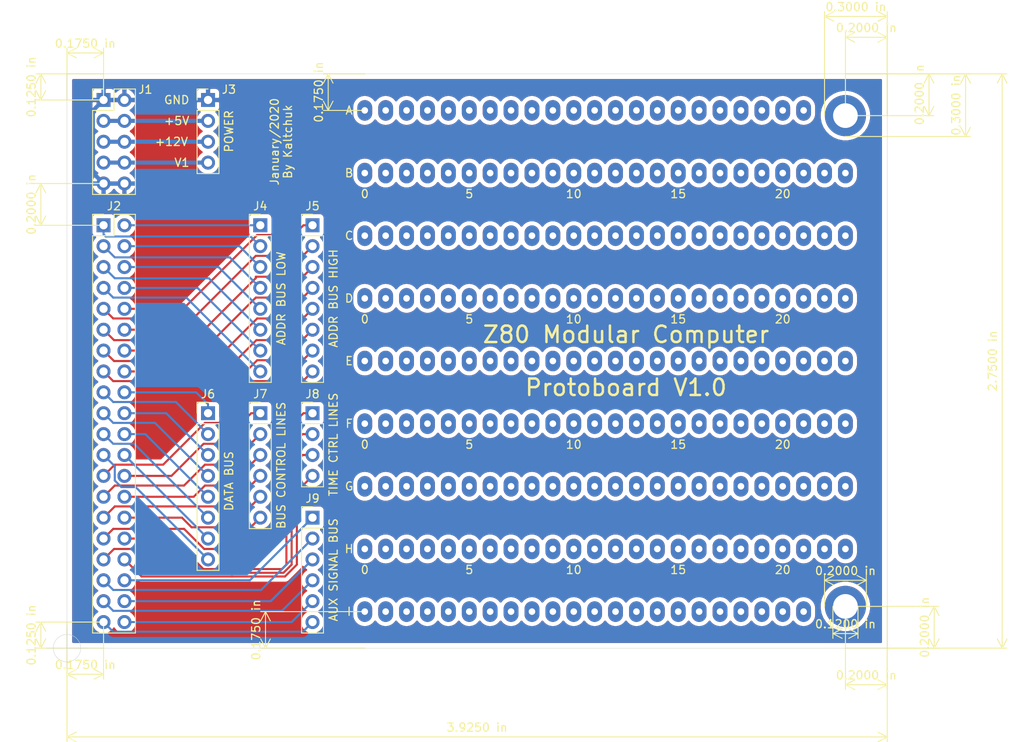
<source format=kicad_pcb>
(kicad_pcb (version 20171130) (host pcbnew "(5.1.4)-1")
  (layers (0 F.Cu signal hide) (31 B.Cu signal hide) (34 B.Paste user hide) (35 F.Paste user hide) (36 B.SilkS user) (37 F.SilkS user) (38 B.Mask user) (39 F.Mask user) (44 Edge.Cuts user))
  (net 0 "")
  (net 1 /gnd)
  (net 2 /+5V)
  (net 3 /+12V)
  (net 4 /v1)
  (net 5 /halt)
  (net 6 /wait)
  (net 7 /int)
  (net 8 /nmi)
  (net 9 /a01)
  (net 10 /a00)
  (net 11 /a03)
  (net 12 /a02)
  (net 13 /a05)
  (net 14 /a04)
  (net 15 /a07)
  (net 16 /a06)
  (net 17 /a09)
  (net 18 /a08)
  (net 19 /a11)
  (net 20 /a10)
  (net 21 /a13)
  (net 22 /a12)
  (net 23 /a15)
  (net 24 /a14)
  (net 25 /d01)
  (net 26 /d00)
  (net 27 /d03)
  (net 28 /d02)
  (net 29 /d05)
  (net 30 /d04)
  (net 31 /d07)
  (net 32 /d06)
  (net 33 /wr)
  (net 34 /mreq)
  (net 35 /rd)
  (net 36 /iorq)
  (net 37 /busack)
  (net 38 /busrq)
  (net 39 /s1)
  (net 40 /s0)
  (net 41 /clk)
  (net 42 /reset)
  (net 43 /m1)
  (net 44 /rfsh)
  (module Connector_PinHeader_2.54mm:PinHeader_2x05_P2.54mm_Vertical (layer F.Cu) (at 74.295 74.93)
    (fp_text reference J1 (at 5.08 -1.27) (layer F.SilkS))
    (fp_text value Conn_02x05)
    (pad 1 thru_hole rect (at 0 0) (size 1.7 1.7) (drill 1) (layers *.Cu *.Mask) (net 1 /gnd))
    (pad 2 thru_hole oval (at 2.54 0) (size 1.7 1.7) (drill 1) (layers *.Cu *.Mask) (net 1 /gnd))
    (pad 3 thru_hole oval (at 0 2.54) (size 1.7 1.7) (drill 1) (layers *.Cu *.Mask) (net 2 /+5V))
    (pad 4 thru_hole oval (at 2.54 2.54) (size 1.7 1.7) (drill 1) (layers *.Cu *.Mask) (net 2 /+5V))
    (pad 5 thru_hole oval (at 0 5.08) (size 1.7 1.7) (drill 1) (layers *.Cu *.Mask) (net 3 /+12V))
    (pad 6 thru_hole oval (at 2.54 5.08) (size 1.7 1.7) (drill 1) (layers *.Cu *.Mask) (net 3 /+12V))
    (pad 7 thru_hole oval (at 0 7.62) (size 1.7 1.7) (drill 1) (layers *.Cu *.Mask) (net 4 /v1))
    (pad 8 thru_hole oval (at 2.54 7.62) (size 1.7 1.7) (drill 1) (layers *.Cu *.Mask) (net 4 /v1))
    (pad 9 thru_hole oval (at 0 10.16) (size 1.7 1.7) (drill 1) (layers *.Cu *.Mask) (net 1 /gnd))
    (pad 10 thru_hole oval (at 2.54 10.16) (size 1.7 1.7) (drill 1) (layers *.Cu *.Mask) (net 1 /gnd))
  )
  (module Connector_PinHeader_2.54mm:Pad (layer F.Cu) (at 164.465 136.525)
    (fp_text reference REF** hide)
    (fp_text value Pad hide)
    (pad "" thru_hole circle (at 0 0) (size 5 5) (drill 3) (layers *.Cu *.Mask))
  )
  (module Connector_PinHeader_2.54mm:Pad (layer F.Cu) (at 161.925 99.06)
    (fp_text reference REF** hide)
    (fp_text value Pad hide)
    (pad "" thru_hole oval (at 0 0) (size 1.8 2.5) (drill 0.8) (layers *.Cu *.Mask))
  )
  (module Connector_PinHeader_2.54mm:Pad (layer F.Cu) (at 164.465 76.835)
    (fp_text reference REF** hide)
    (fp_text value Pad hide)
    (pad "" thru_hole circle (at 0 0) (size 5 5) (drill 3) (layers *.Cu *.Mask))
  )
  (module Connector_PinHeader_2.54mm:Pad (layer F.Cu) (at 154.305 99.06)
    (fp_text reference REF** hide)
    (fp_text value Pad hide)
    (pad "" thru_hole oval (at 0 0) (size 1.8 2.5) (drill 0.8) (layers *.Cu *.Mask))
  )
  (module Connector_PinHeader_2.54mm:Pad (layer F.Cu) (at 159.385 99.06)
    (fp_text reference REF** hide)
    (fp_text value Pad hide)
    (pad "" thru_hole oval (at 0 0) (size 1.8 2.5) (drill 0.8) (layers *.Cu *.Mask))
  )
  (module Connector_PinHeader_2.54mm:Pad (layer F.Cu) (at 156.845 99.06)
    (fp_text reference REF** hide)
    (fp_text value Pad hide)
    (pad "" thru_hole oval (at 0 0) (size 1.8 2.5) (drill 0.8) (layers *.Cu *.Mask))
  )
  (module Connector_PinHeader_2.54mm:Pad (layer F.Cu) (at 149.225 99.06)
    (fp_text reference REF** hide)
    (fp_text value Pad hide)
    (pad "" thru_hole oval (at 0 0) (size 1.8 2.5) (drill 0.8) (layers *.Cu *.Mask))
  )
  (module Connector_PinHeader_2.54mm:Pad (layer F.Cu) (at 151.765 99.06)
    (fp_text reference REF** hide)
    (fp_text value Pad hide)
    (pad "" thru_hole oval (at 0 0) (size 1.8 2.5) (drill 0.8) (layers *.Cu *.Mask))
  )
  (module Connector_PinHeader_2.54mm:Pad (layer F.Cu) (at 121.285 99.06)
    (fp_text reference REF** hide)
    (fp_text value Pad hide)
    (pad "" thru_hole oval (at 0 0) (size 1.8 2.5) (drill 0.8) (layers *.Cu *.Mask))
  )
  (module Connector_PinHeader_2.54mm:Pad (layer F.Cu) (at 116.205 99.06)
    (fp_text reference REF** hide)
    (fp_text value Pad hide)
    (pad "" thru_hole oval (at 0 0) (size 1.8 2.5) (drill 0.8) (layers *.Cu *.Mask))
  )
  (module Connector_PinHeader_2.54mm:Pad (layer F.Cu) (at 106.045 99.06)
    (fp_text reference REF** hide)
    (fp_text value Pad hide)
    (pad "" thru_hole oval (at 0 0) (size 1.8 2.5) (drill 0.8) (layers *.Cu *.Mask))
  )
  (module Connector_PinHeader_2.54mm:Pad (layer F.Cu) (at 164.465 99.06)
    (fp_text reference REF** hide)
    (fp_text value Pad hide)
    (pad "" thru_hole oval (at 0 0) (size 1.8 2.5) (drill 0.8) (layers *.Cu *.Mask))
  )
  (module Connector_PinHeader_2.54mm:Pad (layer F.Cu) (at 118.745 99.06)
    (fp_text reference REF** hide)
    (fp_text value Pad hide)
    (pad "" thru_hole oval (at 0 0) (size 1.8 2.5) (drill 0.8) (layers *.Cu *.Mask))
  )
  (module Connector_PinHeader_2.54mm:Pad (layer F.Cu) (at 108.585 99.06)
    (fp_text reference REF** hide)
    (fp_text value Pad hide)
    (pad "" thru_hole oval (at 0 0) (size 1.8 2.5) (drill 0.8) (layers *.Cu *.Mask))
  )
  (module Connector_PinHeader_2.54mm:Pad (layer F.Cu) (at 113.665 99.06)
    (fp_text reference REF** hide)
    (fp_text value Pad hide)
    (pad "" thru_hole oval (at 0 0) (size 1.8 2.5) (drill 0.8) (layers *.Cu *.Mask))
  )
  (module Connector_PinHeader_2.54mm:Pad (layer F.Cu) (at 111.125 99.06)
    (fp_text reference REF** hide)
    (fp_text value Pad hide)
    (pad "" thru_hole oval (at 0 0) (size 1.8 2.5) (drill 0.8) (layers *.Cu *.Mask))
  )
  (module Connector_PinHeader_2.54mm:Pad (layer F.Cu) (at 123.825 99.06)
    (fp_text reference REF** hide)
    (fp_text value Pad hide)
    (pad "" thru_hole oval (at 0 0) (size 1.8 2.5) (drill 0.8) (layers *.Cu *.Mask))
  )
  (module Connector_PinHeader_2.54mm:Pad (layer F.Cu) (at 126.365 99.06)
    (fp_text reference REF** hide)
    (fp_text value Pad hide)
    (pad "" thru_hole oval (at 0 0) (size 1.8 2.5) (drill 0.8) (layers *.Cu *.Mask))
  )
  (module Connector_PinHeader_2.54mm:Pad (layer F.Cu) (at 128.905 99.06)
    (fp_text reference REF** hide)
    (fp_text value Pad hide)
    (pad "" thru_hole oval (at 0 0) (size 1.8 2.5) (drill 0.8) (layers *.Cu *.Mask))
  )
  (module Connector_PinHeader_2.54mm:Pad (layer F.Cu) (at 131.445 99.06)
    (fp_text reference REF** hide)
    (fp_text value Pad hide)
    (pad "" thru_hole oval (at 0 0) (size 1.8 2.5) (drill 0.8) (layers *.Cu *.Mask))
  )
  (module Connector_PinHeader_2.54mm:Pad (layer F.Cu) (at 133.985 99.06)
    (fp_text reference REF** hide)
    (fp_text value Pad hide)
    (pad "" thru_hole oval (at 0 0) (size 1.8 2.5) (drill 0.8) (layers *.Cu *.Mask))
  )
  (module Connector_PinHeader_2.54mm:Pad (layer F.Cu) (at 136.525 99.06)
    (fp_text reference REF** hide)
    (fp_text value Pad hide)
    (pad "" thru_hole oval (at 0 0) (size 1.8 2.5) (drill 0.8) (layers *.Cu *.Mask))
  )
  (module Connector_PinHeader_2.54mm:Pad (layer F.Cu) (at 139.065 99.06)
    (fp_text reference REF** hide)
    (fp_text value Pad hide)
    (pad "" thru_hole oval (at 0 0) (size 1.8 2.5) (drill 0.8) (layers *.Cu *.Mask))
  )
  (module Connector_PinHeader_2.54mm:Pad (layer F.Cu) (at 141.605 99.06)
    (fp_text reference REF** hide)
    (fp_text value Pad hide)
    (pad "" thru_hole oval (at 0 0) (size 1.8 2.5) (drill 0.8) (layers *.Cu *.Mask))
  )
  (module Connector_PinHeader_2.54mm:Pad (layer F.Cu) (at 144.145 99.06)
    (fp_text reference REF** hide)
    (fp_text value Pad hide)
    (pad "" thru_hole oval (at 0 0) (size 1.8 2.5) (drill 0.8) (layers *.Cu *.Mask))
  )
  (module Connector_PinHeader_2.54mm:Pad (layer F.Cu) (at 146.685 99.06)
    (fp_text reference REF** hide)
    (fp_text value Pad hide)
    (pad "" thru_hole oval (at 0 0) (size 1.8 2.5) (drill 0.8) (layers *.Cu *.Mask))
  )
  (module Connector_PinHeader_2.54mm:Pad (layer F.Cu) (at 106.045 106.68)
    (fp_text reference REF** hide)
    (fp_text value Pad hide)
    (pad "" thru_hole oval (at 0 0) (size 1.8 2.5) (drill 0.8) (layers *.Cu *.Mask))
  )
  (module Connector_PinHeader_2.54mm:Pad (layer F.Cu) (at 108.585 106.68)
    (fp_text reference REF** hide)
    (fp_text value Pad hide)
    (pad "" thru_hole oval (at 0 0) (size 1.8 2.5) (drill 0.8) (layers *.Cu *.Mask))
  )
  (module Connector_PinHeader_2.54mm:Pad (layer F.Cu) (at 116.205 106.68)
    (fp_text reference REF** hide)
    (fp_text value Pad hide)
    (pad "" thru_hole oval (at 0 0) (size 1.8 2.5) (drill 0.8) (layers *.Cu *.Mask))
  )
  (module Connector_PinHeader_2.54mm:Pad (layer F.Cu) (at 118.745 106.68)
    (fp_text reference REF** hide)
    (fp_text value Pad hide)
    (pad "" thru_hole oval (at 0 0) (size 1.8 2.5) (drill 0.8) (layers *.Cu *.Mask))
  )
  (module Connector_PinHeader_2.54mm:Pad (layer F.Cu) (at 121.285 106.68)
    (fp_text reference REF** hide)
    (fp_text value Pad hide)
    (pad "" thru_hole oval (at 0 0) (size 1.8 2.5) (drill 0.8) (layers *.Cu *.Mask))
  )
  (module Connector_PinHeader_2.54mm:Pad (layer F.Cu) (at 123.825 106.68)
    (fp_text reference REF** hide)
    (fp_text value Pad hide)
    (pad "" thru_hole oval (at 0 0) (size 1.8 2.5) (drill 0.8) (layers *.Cu *.Mask))
  )
  (module Connector_PinHeader_2.54mm:Pad (layer F.Cu) (at 126.365 106.68)
    (fp_text reference REF** hide)
    (fp_text value Pad hide)
    (pad "" thru_hole oval (at 0 0) (size 1.8 2.5) (drill 0.8) (layers *.Cu *.Mask))
  )
  (module Connector_PinHeader_2.54mm:Pad (layer F.Cu) (at 128.905 106.68)
    (fp_text reference REF** hide)
    (fp_text value Pad hide)
    (pad "" thru_hole oval (at 0 0) (size 1.8 2.5) (drill 0.8) (layers *.Cu *.Mask))
  )
  (module Connector_PinHeader_2.54mm:Pad (layer F.Cu) (at 131.445 106.68)
    (fp_text reference REF** hide)
    (fp_text value Pad hide)
    (pad "" thru_hole oval (at 0 0) (size 1.8 2.5) (drill 0.8) (layers *.Cu *.Mask))
  )
  (module Connector_PinHeader_2.54mm:Pad (layer F.Cu) (at 133.985 106.68)
    (fp_text reference REF** hide)
    (fp_text value Pad hide)
    (pad "" thru_hole oval (at 0 0) (size 1.8 2.5) (drill 0.8) (layers *.Cu *.Mask))
  )
  (module Connector_PinHeader_2.54mm:Pad (layer F.Cu) (at 136.525 106.68)
    (fp_text reference REF** hide)
    (fp_text value Pad hide)
    (pad "" thru_hole oval (at 0 0) (size 1.8 2.5) (drill 0.8) (layers *.Cu *.Mask))
  )
  (module Connector_PinHeader_2.54mm:Pad (layer F.Cu) (at 139.065 106.68)
    (fp_text reference REF** hide)
    (fp_text value Pad hide)
    (pad "" thru_hole oval (at 0 0) (size 1.8 2.5) (drill 0.8) (layers *.Cu *.Mask))
  )
  (module Connector_PinHeader_2.54mm:Pad (layer F.Cu) (at 141.605 106.68)
    (fp_text reference REF** hide)
    (fp_text value Pad hide)
    (pad "" thru_hole oval (at 0 0) (size 1.8 2.5) (drill 0.8) (layers *.Cu *.Mask))
  )
  (module Connector_PinHeader_2.54mm:Pad (layer F.Cu) (at 144.145 106.68)
    (fp_text reference REF** hide)
    (fp_text value Pad hide)
    (pad "" thru_hole oval (at 0 0) (size 1.8 2.5) (drill 0.8) (layers *.Cu *.Mask))
  )
  (module Connector_PinHeader_2.54mm:Pad (layer F.Cu) (at 146.685 106.68)
    (fp_text reference REF** hide)
    (fp_text value Pad hide)
    (pad "" thru_hole oval (at 0 0) (size 1.8 2.5) (drill 0.8) (layers *.Cu *.Mask))
  )
  (module Connector_PinHeader_2.54mm:Pad (layer F.Cu) (at 149.225 106.68)
    (fp_text reference REF** hide)
    (fp_text value Pad hide)
    (pad "" thru_hole oval (at 0 0) (size 1.8 2.5) (drill 0.8) (layers *.Cu *.Mask))
  )
  (module Connector_PinHeader_2.54mm:Pad (layer F.Cu) (at 151.765 106.68)
    (fp_text reference REF** hide)
    (fp_text value Pad hide)
    (pad "" thru_hole oval (at 0 0) (size 1.8 2.5) (drill 0.8) (layers *.Cu *.Mask))
  )
  (module Connector_PinHeader_2.54mm:Pad (layer F.Cu) (at 154.305 106.68)
    (fp_text reference REF** hide)
    (fp_text value Pad hide)
    (pad "" thru_hole oval (at 0 0) (size 1.8 2.5) (drill 0.8) (layers *.Cu *.Mask))
  )
  (module Connector_PinHeader_2.54mm:Pad (layer F.Cu) (at 156.845 106.68)
    (fp_text reference REF** hide)
    (fp_text value Pad hide)
    (pad "" thru_hole oval (at 0 0) (size 1.8 2.5) (drill 0.8) (layers *.Cu *.Mask))
  )
  (module Connector_PinHeader_2.54mm:Pad (layer F.Cu) (at 159.385 106.68)
    (fp_text reference REF** hide)
    (fp_text value Pad hide)
    (pad "" thru_hole oval (at 0 0) (size 1.8 2.5) (drill 0.8) (layers *.Cu *.Mask))
  )
  (module Connector_PinHeader_2.54mm:Pad (layer F.Cu) (at 161.925 106.68)
    (fp_text reference REF** hide)
    (fp_text value Pad hide)
    (pad "" thru_hole oval (at 0 0) (size 1.8 2.5) (drill 0.8) (layers *.Cu *.Mask))
  )
  (module Connector_PinHeader_2.54mm:Pad (layer F.Cu) (at 164.465 106.68)
    (fp_text reference REF** hide)
    (fp_text value Pad hide)
    (pad "" thru_hole oval (at 0 0) (size 1.8 2.5) (drill 0.8) (layers *.Cu *.Mask))
  )
  (module Connector_PinHeader_2.54mm:Pad (layer F.Cu) (at 113.665 114.3)
    (fp_text reference REF** hide)
    (fp_text value Pad hide)
    (pad "" thru_hole oval (at 0 0) (size 1.8 2.5) (drill 0.8) (layers *.Cu *.Mask))
  )
  (module Connector_PinHeader_2.54mm:Pad (layer F.Cu) (at 111.125 114.3)
    (fp_text reference REF** hide)
    (fp_text value Pad hide)
    (pad "" thru_hole oval (at 0 0) (size 1.8 2.5) (drill 0.8) (layers *.Cu *.Mask))
  )
  (module Connector_PinHeader_2.54mm:Pad (layer F.Cu) (at 164.465 114.3)
    (fp_text reference REF** hide)
    (fp_text value Pad hide)
    (pad "" thru_hole oval (at 0 0) (size 1.8 2.5) (drill 0.8) (layers *.Cu *.Mask))
  )
  (module Connector_PinHeader_2.54mm:Pad (layer F.Cu) (at 161.925 114.3)
    (fp_text reference REF** hide)
    (fp_text value Pad hide)
    (pad "" thru_hole oval (at 0 0) (size 1.8 2.5) (drill 0.8) (layers *.Cu *.Mask))
  )
  (module Connector_PinHeader_2.54mm:Pad (layer F.Cu) (at 159.385 114.3)
    (fp_text reference REF** hide)
    (fp_text value Pad hide)
    (pad "" thru_hole oval (at 0 0) (size 1.8 2.5) (drill 0.8) (layers *.Cu *.Mask))
  )
  (module Connector_PinHeader_2.54mm:Pad (layer F.Cu) (at 156.845 114.3)
    (fp_text reference REF** hide)
    (fp_text value Pad hide)
    (pad "" thru_hole oval (at 0 0) (size 1.8 2.5) (drill 0.8) (layers *.Cu *.Mask))
  )
  (module Connector_PinHeader_2.54mm:Pad (layer F.Cu) (at 154.305 114.3)
    (fp_text reference REF** hide)
    (fp_text value Pad hide)
    (pad "" thru_hole oval (at 0 0) (size 1.8 2.5) (drill 0.8) (layers *.Cu *.Mask))
  )
  (module Connector_PinHeader_2.54mm:Pad (layer F.Cu) (at 151.765 114.3)
    (fp_text reference REF** hide)
    (fp_text value Pad hide)
    (pad "" thru_hole oval (at 0 0) (size 1.8 2.5) (drill 0.8) (layers *.Cu *.Mask))
  )
  (module Connector_PinHeader_2.54mm:Pad (layer F.Cu) (at 149.225 114.3)
    (fp_text reference REF** hide)
    (fp_text value Pad hide)
    (pad "" thru_hole oval (at 0 0) (size 1.8 2.5) (drill 0.8) (layers *.Cu *.Mask))
  )
  (module Connector_PinHeader_2.54mm:Pad (layer F.Cu) (at 111.125 106.68)
    (fp_text reference REF** hide)
    (fp_text value Pad hide)
    (pad "" thru_hole oval (at 0 0) (size 1.8 2.5) (drill 0.8) (layers *.Cu *.Mask))
  )
  (module Connector_PinHeader_2.54mm:Pad (layer F.Cu) (at 146.685 114.3)
    (fp_text reference REF** hide)
    (fp_text value Pad hide)
    (pad "" thru_hole oval (at 0 0) (size 1.8 2.5) (drill 0.8) (layers *.Cu *.Mask))
  )
  (module Connector_PinHeader_2.54mm:Pad (layer F.Cu) (at 141.605 114.3)
    (fp_text reference REF** hide)
    (fp_text value Pad hide)
    (pad "" thru_hole oval (at 0 0) (size 1.8 2.5) (drill 0.8) (layers *.Cu *.Mask))
  )
  (module Connector_PinHeader_2.54mm:Pad (layer F.Cu) (at 144.145 114.3)
    (fp_text reference REF** hide)
    (fp_text value Pad hide)
    (pad "" thru_hole oval (at 0 0) (size 1.8 2.5) (drill 0.8) (layers *.Cu *.Mask))
  )
  (module Connector_PinHeader_2.54mm:Pad (layer F.Cu) (at 136.525 114.3)
    (fp_text reference REF** hide)
    (fp_text value Pad hide)
    (pad "" thru_hole oval (at 0 0) (size 1.8 2.5) (drill 0.8) (layers *.Cu *.Mask))
  )
  (module Connector_PinHeader_2.54mm:Pad (layer F.Cu) (at 139.065 114.3)
    (fp_text reference REF** hide)
    (fp_text value Pad hide)
    (pad "" thru_hole oval (at 0 0) (size 1.8 2.5) (drill 0.8) (layers *.Cu *.Mask))
  )
  (module Connector_PinHeader_2.54mm:Pad (layer F.Cu) (at 131.445 114.3)
    (fp_text reference REF** hide)
    (fp_text value Pad hide)
    (pad "" thru_hole oval (at 0 0) (size 1.8 2.5) (drill 0.8) (layers *.Cu *.Mask))
  )
  (module Connector_PinHeader_2.54mm:Pad (layer F.Cu) (at 128.905 114.3)
    (fp_text reference REF** hide)
    (fp_text value Pad hide)
    (pad "" thru_hole oval (at 0 0) (size 1.8 2.5) (drill 0.8) (layers *.Cu *.Mask))
  )
  (module Connector_PinHeader_2.54mm:Pad (layer F.Cu) (at 126.365 114.3)
    (fp_text reference REF** hide)
    (fp_text value Pad hide)
    (pad "" thru_hole oval (at 0 0) (size 1.8 2.5) (drill 0.8) (layers *.Cu *.Mask))
  )
  (module Connector_PinHeader_2.54mm:Pad (layer F.Cu) (at 123.825 114.3)
    (fp_text reference REF** hide)
    (fp_text value Pad hide)
    (pad "" thru_hole oval (at 0 0) (size 1.8 2.5) (drill 0.8) (layers *.Cu *.Mask))
  )
  (module Connector_PinHeader_2.54mm:Pad (layer F.Cu) (at 121.285 114.3)
    (fp_text reference REF** hide)
    (fp_text value Pad hide)
    (pad "" thru_hole oval (at 0 0) (size 1.8 2.5) (drill 0.8) (layers *.Cu *.Mask))
  )
  (module Connector_PinHeader_2.54mm:Pad (layer F.Cu) (at 108.585 114.3)
    (fp_text reference REF** hide)
    (fp_text value Pad hide)
    (pad "" thru_hole oval (at 0 0) (size 1.8 2.5) (drill 0.8) (layers *.Cu *.Mask))
  )
  (module Connector_PinHeader_2.54mm:Pad (layer F.Cu) (at 106.045 114.3)
    (fp_text reference REF** hide)
    (fp_text value Pad hide)
    (pad "" thru_hole oval (at 0 0) (size 1.8 2.5) (drill 0.8) (layers *.Cu *.Mask))
  )
  (module Connector_PinHeader_2.54mm:Pad (layer F.Cu) (at 113.665 106.68)
    (fp_text reference REF** hide)
    (fp_text value Pad hide)
    (pad "" thru_hole oval (at 0 0) (size 1.8 2.5) (drill 0.8) (layers *.Cu *.Mask))
  )
  (module Connector_PinHeader_2.54mm:Pad (layer F.Cu) (at 116.205 114.3)
    (fp_text reference REF** hide)
    (fp_text value Pad hide)
    (pad "" thru_hole oval (at 0 0) (size 1.8 2.5) (drill 0.8) (layers *.Cu *.Mask))
  )
  (module Connector_PinHeader_2.54mm:Pad (layer F.Cu) (at 118.745 114.3)
    (fp_text reference REF** hide)
    (fp_text value Pad hide)
    (pad "" thru_hole oval (at 0 0) (size 1.8 2.5) (drill 0.8) (layers *.Cu *.Mask))
  )
  (module Connector_PinHeader_2.54mm:Pad (layer F.Cu) (at 133.985 114.3)
    (fp_text reference REF** hide)
    (fp_text value Pad hide)
    (pad "" thru_hole oval (at 0 0) (size 1.8 2.5) (drill 0.8) (layers *.Cu *.Mask))
  )
  (module Connector_PinHeader_2.54mm:Pad (layer F.Cu) (at 154.305 76.2)
    (fp_text reference REF** hide)
    (fp_text value Pad hide)
    (pad "" thru_hole oval (at 0 0) (size 1.8 2.5) (drill 0.8) (layers *.Cu *.Mask))
  )
  (module Connector_PinHeader_2.54mm:Pad (layer F.Cu) (at 159.385 76.2)
    (fp_text reference REF** hide)
    (fp_text value Pad hide)
    (pad "" thru_hole oval (at 0 0) (size 1.8 2.5) (drill 0.8) (layers *.Cu *.Mask))
  )
  (module Connector_PinHeader_2.54mm:Pad (layer F.Cu) (at 156.845 76.2)
    (fp_text reference REF** hide)
    (fp_text value Pad hide)
    (pad "" thru_hole oval (at 0 0) (size 1.8 2.5) (drill 0.8) (layers *.Cu *.Mask))
  )
  (module Connector_PinHeader_2.54mm:Pad (layer F.Cu) (at 149.225 76.2)
    (fp_text reference REF** hide)
    (fp_text value Pad hide)
    (pad "" thru_hole oval (at 0 0) (size 1.8 2.5) (drill 0.8) (layers *.Cu *.Mask))
  )
  (module Connector_PinHeader_2.54mm:Pad (layer F.Cu) (at 151.765 76.2)
    (fp_text reference REF** hide)
    (fp_text value Pad hide)
    (pad "" thru_hole oval (at 0 0) (size 1.8 2.5) (drill 0.8) (layers *.Cu *.Mask))
  )
  (module Connector_PinHeader_2.54mm:Pad (layer F.Cu) (at 121.285 76.2)
    (fp_text reference REF** hide)
    (fp_text value Pad hide)
    (pad "" thru_hole oval (at 0 0) (size 1.8 2.5) (drill 0.8) (layers *.Cu *.Mask))
  )
  (module Connector_PinHeader_2.54mm:Pad (layer F.Cu) (at 116.205 76.2)
    (fp_text reference REF** hide)
    (fp_text value Pad hide)
    (pad "" thru_hole oval (at 0 0) (size 1.8 2.5) (drill 0.8) (layers *.Cu *.Mask))
  )
  (module Connector_PinHeader_2.54mm:Pad (layer F.Cu) (at 106.045 76.2)
    (fp_text reference REF** hide)
    (fp_text value Pad hide)
    (pad "" thru_hole oval (at 0 0) (size 1.8 2.5) (drill 0.8) (layers *.Cu *.Mask))
  )
  (module Connector_PinHeader_2.54mm:Pad (layer F.Cu) (at 118.745 76.2)
    (fp_text reference REF** hide)
    (fp_text value Pad hide)
    (pad "" thru_hole oval (at 0 0) (size 1.8 2.5) (drill 0.8) (layers *.Cu *.Mask))
  )
  (module Connector_PinHeader_2.54mm:Pad (layer F.Cu) (at 108.585 76.2)
    (fp_text reference REF** hide)
    (fp_text value Pad hide)
    (pad "" thru_hole oval (at 0 0) (size 1.8 2.5) (drill 0.8) (layers *.Cu *.Mask))
  )
  (module Connector_PinHeader_2.54mm:Pad (layer F.Cu) (at 113.665 76.2)
    (fp_text reference REF** hide)
    (fp_text value Pad hide)
    (pad "" thru_hole oval (at 0 0) (size 1.8 2.5) (drill 0.8) (layers *.Cu *.Mask))
  )
  (module Connector_PinHeader_2.54mm:Pad (layer F.Cu) (at 111.125 76.2)
    (fp_text reference REF** hide)
    (fp_text value Pad hide)
    (pad "" thru_hole oval (at 0 0) (size 1.8 2.5) (drill 0.8) (layers *.Cu *.Mask))
  )
  (module Connector_PinHeader_2.54mm:Pad (layer F.Cu) (at 123.825 76.2)
    (fp_text reference REF** hide)
    (fp_text value Pad hide)
    (pad "" thru_hole oval (at 0 0) (size 1.8 2.5) (drill 0.8) (layers *.Cu *.Mask))
  )
  (module Connector_PinHeader_2.54mm:Pad (layer F.Cu) (at 126.365 76.2)
    (fp_text reference REF** hide)
    (fp_text value Pad hide)
    (pad "" thru_hole oval (at 0 0) (size 1.8 2.5) (drill 0.8) (layers *.Cu *.Mask))
  )
  (module Connector_PinHeader_2.54mm:Pad (layer F.Cu) (at 128.905 76.2)
    (fp_text reference REF** hide)
    (fp_text value Pad hide)
    (pad "" thru_hole oval (at 0 0) (size 1.8 2.5) (drill 0.8) (layers *.Cu *.Mask))
  )
  (module Connector_PinHeader_2.54mm:Pad (layer F.Cu) (at 131.445 76.2)
    (fp_text reference REF** hide)
    (fp_text value Pad hide)
    (pad "" thru_hole oval (at 0 0) (size 1.8 2.5) (drill 0.8) (layers *.Cu *.Mask))
  )
  (module Connector_PinHeader_2.54mm:Pad (layer F.Cu) (at 133.985 76.2)
    (fp_text reference REF** hide)
    (fp_text value Pad hide)
    (pad "" thru_hole oval (at 0 0) (size 1.8 2.5) (drill 0.8) (layers *.Cu *.Mask))
  )
  (module Connector_PinHeader_2.54mm:Pad (layer F.Cu) (at 136.525 76.2)
    (fp_text reference REF** hide)
    (fp_text value Pad hide)
    (pad "" thru_hole oval (at 0 0) (size 1.8 2.5) (drill 0.8) (layers *.Cu *.Mask))
  )
  (module Connector_PinHeader_2.54mm:Pad (layer F.Cu) (at 139.065 76.2)
    (fp_text reference REF** hide)
    (fp_text value Pad hide)
    (pad "" thru_hole oval (at 0 0) (size 1.8 2.5) (drill 0.8) (layers *.Cu *.Mask))
  )
  (module Connector_PinHeader_2.54mm:Pad (layer F.Cu) (at 141.605 76.2)
    (fp_text reference REF** hide)
    (fp_text value Pad hide)
    (pad "" thru_hole oval (at 0 0) (size 1.8 2.5) (drill 0.8) (layers *.Cu *.Mask))
  )
  (module Connector_PinHeader_2.54mm:Pad (layer F.Cu) (at 144.145 76.2)
    (fp_text reference REF** hide)
    (fp_text value Pad hide)
    (pad "" thru_hole oval (at 0 0) (size 1.8 2.5) (drill 0.8) (layers *.Cu *.Mask))
  )
  (module Connector_PinHeader_2.54mm:Pad (layer F.Cu) (at 146.685 76.2)
    (fp_text reference REF** hide)
    (fp_text value Pad hide)
    (pad "" thru_hole oval (at 0 0) (size 1.8 2.5) (drill 0.8) (layers *.Cu *.Mask))
  )
  (module Connector_PinHeader_2.54mm:Pad (layer F.Cu) (at 106.045 83.82)
    (fp_text reference REF** hide)
    (fp_text value Pad hide)
    (pad "" thru_hole oval (at 0 0) (size 1.8 2.5) (drill 0.8) (layers *.Cu *.Mask))
  )
  (module Connector_PinHeader_2.54mm:Pad (layer F.Cu) (at 108.585 83.82)
    (fp_text reference REF** hide)
    (fp_text value Pad hide)
    (pad "" thru_hole oval (at 0 0) (size 1.8 2.5) (drill 0.8) (layers *.Cu *.Mask))
  )
  (module Connector_PinHeader_2.54mm:Pad (layer F.Cu) (at 116.205 83.82)
    (fp_text reference REF** hide)
    (fp_text value Pad hide)
    (pad "" thru_hole oval (at 0 0) (size 1.8 2.5) (drill 0.8) (layers *.Cu *.Mask))
  )
  (module Connector_PinHeader_2.54mm:Pad (layer F.Cu) (at 118.745 83.82)
    (fp_text reference REF** hide)
    (fp_text value Pad hide)
    (pad "" thru_hole oval (at 0 0) (size 1.8 2.5) (drill 0.8) (layers *.Cu *.Mask))
  )
  (module Connector_PinHeader_2.54mm:Pad (layer F.Cu) (at 121.285 83.82)
    (fp_text reference REF** hide)
    (fp_text value Pad hide)
    (pad "" thru_hole oval (at 0 0) (size 1.8 2.5) (drill 0.8) (layers *.Cu *.Mask))
  )
  (module Connector_PinHeader_2.54mm:Pad (layer F.Cu) (at 123.825 83.82)
    (fp_text reference REF** hide)
    (fp_text value Pad hide)
    (pad "" thru_hole oval (at 0 0) (size 1.8 2.5) (drill 0.8) (layers *.Cu *.Mask))
  )
  (module Connector_PinHeader_2.54mm:Pad (layer F.Cu) (at 126.365 83.82)
    (fp_text reference REF** hide)
    (fp_text value Pad hide)
    (pad "" thru_hole oval (at 0 0) (size 1.8 2.5) (drill 0.8) (layers *.Cu *.Mask))
  )
  (module Connector_PinHeader_2.54mm:Pad (layer F.Cu) (at 128.905 83.82)
    (fp_text reference REF** hide)
    (fp_text value Pad hide)
    (pad "" thru_hole oval (at 0 0) (size 1.8 2.5) (drill 0.8) (layers *.Cu *.Mask))
  )
  (module Connector_PinHeader_2.54mm:Pad (layer F.Cu) (at 131.445 83.82)
    (fp_text reference REF** hide)
    (fp_text value Pad hide)
    (pad "" thru_hole oval (at 0 0) (size 1.8 2.5) (drill 0.8) (layers *.Cu *.Mask))
  )
  (module Connector_PinHeader_2.54mm:Pad (layer F.Cu) (at 133.985 83.82)
    (fp_text reference REF** hide)
    (fp_text value Pad hide)
    (pad "" thru_hole oval (at 0 0) (size 1.8 2.5) (drill 0.8) (layers *.Cu *.Mask))
  )
  (module Connector_PinHeader_2.54mm:Pad (layer F.Cu) (at 136.525 83.82)
    (fp_text reference REF** hide)
    (fp_text value Pad hide)
    (pad "" thru_hole oval (at 0 0) (size 1.8 2.5) (drill 0.8) (layers *.Cu *.Mask))
  )
  (module Connector_PinHeader_2.54mm:Pad (layer F.Cu) (at 139.065 83.82)
    (fp_text reference REF** hide)
    (fp_text value Pad hide)
    (pad "" thru_hole oval (at 0 0) (size 1.8 2.5) (drill 0.8) (layers *.Cu *.Mask))
  )
  (module Connector_PinHeader_2.54mm:Pad (layer F.Cu) (at 141.605 83.82)
    (fp_text reference REF** hide)
    (fp_text value Pad hide)
    (pad "" thru_hole oval (at 0 0) (size 1.8 2.5) (drill 0.8) (layers *.Cu *.Mask))
  )
  (module Connector_PinHeader_2.54mm:Pad (layer F.Cu) (at 144.145 83.82)
    (fp_text reference REF** hide)
    (fp_text value Pad hide)
    (pad "" thru_hole oval (at 0 0) (size 1.8 2.5) (drill 0.8) (layers *.Cu *.Mask))
  )
  (module Connector_PinHeader_2.54mm:Pad (layer F.Cu) (at 146.685 83.82)
    (fp_text reference REF** hide)
    (fp_text value Pad hide)
    (pad "" thru_hole oval (at 0 0) (size 1.8 2.5) (drill 0.8) (layers *.Cu *.Mask))
  )
  (module Connector_PinHeader_2.54mm:Pad (layer F.Cu) (at 149.225 83.82)
    (fp_text reference REF** hide)
    (fp_text value Pad hide)
    (pad "" thru_hole oval (at 0 0) (size 1.8 2.5) (drill 0.8) (layers *.Cu *.Mask))
  )
  (module Connector_PinHeader_2.54mm:Pad (layer F.Cu) (at 151.765 83.82)
    (fp_text reference REF** hide)
    (fp_text value Pad hide)
    (pad "" thru_hole oval (at 0 0) (size 1.8 2.5) (drill 0.8) (layers *.Cu *.Mask))
  )
  (module Connector_PinHeader_2.54mm:Pad (layer F.Cu) (at 154.305 83.82)
    (fp_text reference REF** hide)
    (fp_text value Pad hide)
    (pad "" thru_hole oval (at 0 0) (size 1.8 2.5) (drill 0.8) (layers *.Cu *.Mask))
  )
  (module Connector_PinHeader_2.54mm:Pad (layer F.Cu) (at 156.845 83.82)
    (fp_text reference REF** hide)
    (fp_text value Pad hide)
    (pad "" thru_hole oval (at 0 0) (size 1.8 2.5) (drill 0.8) (layers *.Cu *.Mask))
  )
  (module Connector_PinHeader_2.54mm:Pad (layer F.Cu) (at 159.385 83.82)
    (fp_text reference REF** hide)
    (fp_text value Pad hide)
    (pad "" thru_hole oval (at 0 0) (size 1.8 2.5) (drill 0.8) (layers *.Cu *.Mask))
  )
  (module Connector_PinHeader_2.54mm:Pad (layer F.Cu) (at 161.925 83.82)
    (fp_text reference REF** hide)
    (fp_text value Pad hide)
    (pad "" thru_hole oval (at 0 0) (size 1.8 2.5) (drill 0.8) (layers *.Cu *.Mask))
  )
  (module Connector_PinHeader_2.54mm:Pad (layer F.Cu) (at 164.465 83.82)
    (fp_text reference REF** hide)
    (fp_text value Pad hide)
    (pad "" thru_hole oval (at 0 0) (size 1.8 2.5) (drill 0.8) (layers *.Cu *.Mask))
  )
  (module Connector_PinHeader_2.54mm:Pad (layer F.Cu) (at 113.665 91.44)
    (fp_text reference REF** hide)
    (fp_text value Pad hide)
    (pad "" thru_hole oval (at 0 0) (size 1.8 2.5) (drill 0.8) (layers *.Cu *.Mask))
  )
  (module Connector_PinHeader_2.54mm:Pad (layer F.Cu) (at 111.125 91.44)
    (fp_text reference REF** hide)
    (fp_text value Pad hide)
    (pad "" thru_hole oval (at 0 0) (size 1.8 2.5) (drill 0.8) (layers *.Cu *.Mask))
  )
  (module Connector_PinHeader_2.54mm:Pad (layer F.Cu) (at 164.465 91.44)
    (fp_text reference REF** hide)
    (fp_text value Pad hide)
    (pad "" thru_hole oval (at 0 0) (size 1.8 2.5) (drill 0.8) (layers *.Cu *.Mask))
  )
  (module Connector_PinHeader_2.54mm:Pad (layer F.Cu) (at 161.925 91.44)
    (fp_text reference REF** hide)
    (fp_text value Pad hide)
    (pad "" thru_hole oval (at 0 0) (size 1.8 2.5) (drill 0.8) (layers *.Cu *.Mask))
  )
  (module Connector_PinHeader_2.54mm:Pad (layer F.Cu) (at 159.385 91.44)
    (fp_text reference REF** hide)
    (fp_text value Pad hide)
    (pad "" thru_hole oval (at 0 0) (size 1.8 2.5) (drill 0.8) (layers *.Cu *.Mask))
  )
  (module Connector_PinHeader_2.54mm:Pad (layer F.Cu) (at 156.845 91.44)
    (fp_text reference REF** hide)
    (fp_text value Pad hide)
    (pad "" thru_hole oval (at 0 0) (size 1.8 2.5) (drill 0.8) (layers *.Cu *.Mask))
  )
  (module Connector_PinHeader_2.54mm:Pad (layer F.Cu) (at 154.305 91.44)
    (fp_text reference REF** hide)
    (fp_text value Pad hide)
    (pad "" thru_hole oval (at 0 0) (size 1.8 2.5) (drill 0.8) (layers *.Cu *.Mask))
  )
  (module Connector_PinHeader_2.54mm:Pad (layer F.Cu) (at 151.765 91.44)
    (fp_text reference REF** hide)
    (fp_text value Pad hide)
    (pad "" thru_hole oval (at 0 0) (size 1.8 2.5) (drill 0.8) (layers *.Cu *.Mask))
  )
  (module Connector_PinHeader_2.54mm:Pad (layer F.Cu) (at 149.225 91.44)
    (fp_text reference REF** hide)
    (fp_text value Pad hide)
    (pad "" thru_hole oval (at 0 0) (size 1.8 2.5) (drill 0.8) (layers *.Cu *.Mask))
  )
  (module Connector_PinHeader_2.54mm:Pad (layer F.Cu) (at 111.125 83.82)
    (fp_text reference REF** hide)
    (fp_text value Pad hide)
    (pad "" thru_hole oval (at 0 0) (size 1.8 2.5) (drill 0.8) (layers *.Cu *.Mask))
  )
  (module Connector_PinHeader_2.54mm:Pad (layer F.Cu) (at 146.685 91.44)
    (fp_text reference REF** hide)
    (fp_text value Pad hide)
    (pad "" thru_hole oval (at 0 0) (size 1.8 2.5) (drill 0.8) (layers *.Cu *.Mask))
  )
  (module Connector_PinHeader_2.54mm:Pad (layer F.Cu) (at 141.605 91.44)
    (fp_text reference REF** hide)
    (fp_text value Pad hide)
    (pad "" thru_hole oval (at 0 0) (size 1.8 2.5) (drill 0.8) (layers *.Cu *.Mask))
  )
  (module Connector_PinHeader_2.54mm:Pad (layer F.Cu) (at 144.145 91.44)
    (fp_text reference REF** hide)
    (fp_text value Pad hide)
    (pad "" thru_hole oval (at 0 0) (size 1.8 2.5) (drill 0.8) (layers *.Cu *.Mask))
  )
  (module Connector_PinHeader_2.54mm:Pad (layer F.Cu) (at 136.525 91.44)
    (fp_text reference REF** hide)
    (fp_text value Pad hide)
    (pad "" thru_hole oval (at 0 0) (size 1.8 2.5) (drill 0.8) (layers *.Cu *.Mask))
  )
  (module Connector_PinHeader_2.54mm:Pad (layer F.Cu) (at 139.065 91.44)
    (fp_text reference REF** hide)
    (fp_text value Pad hide)
    (pad "" thru_hole oval (at 0 0) (size 1.8 2.5) (drill 0.8) (layers *.Cu *.Mask))
  )
  (module Connector_PinHeader_2.54mm:Pad (layer F.Cu) (at 131.445 91.44)
    (fp_text reference REF** hide)
    (fp_text value Pad hide)
    (pad "" thru_hole oval (at 0 0) (size 1.8 2.5) (drill 0.8) (layers *.Cu *.Mask))
  )
  (module Connector_PinHeader_2.54mm:Pad (layer F.Cu) (at 128.905 91.44)
    (fp_text reference REF** hide)
    (fp_text value Pad hide)
    (pad "" thru_hole oval (at 0 0) (size 1.8 2.5) (drill 0.8) (layers *.Cu *.Mask))
  )
  (module Connector_PinHeader_2.54mm:Pad (layer F.Cu) (at 126.365 91.44)
    (fp_text reference REF** hide)
    (fp_text value Pad hide)
    (pad "" thru_hole oval (at 0 0) (size 1.8 2.5) (drill 0.8) (layers *.Cu *.Mask))
  )
  (module Connector_PinHeader_2.54mm:Pad (layer F.Cu) (at 123.825 91.44)
    (fp_text reference REF** hide)
    (fp_text value Pad hide)
    (pad "" thru_hole oval (at 0 0) (size 1.8 2.5) (drill 0.8) (layers *.Cu *.Mask))
  )
  (module Connector_PinHeader_2.54mm:Pad (layer F.Cu) (at 121.285 91.44)
    (fp_text reference REF** hide)
    (fp_text value Pad hide)
    (pad "" thru_hole oval (at 0 0) (size 1.8 2.5) (drill 0.8) (layers *.Cu *.Mask))
  )
  (module Connector_PinHeader_2.54mm:Pad (layer F.Cu) (at 108.585 91.44)
    (fp_text reference REF** hide)
    (fp_text value Pad hide)
    (pad "" thru_hole oval (at 0 0) (size 1.8 2.5) (drill 0.8) (layers *.Cu *.Mask))
  )
  (module Connector_PinHeader_2.54mm:Pad (layer F.Cu) (at 106.045 91.44)
    (fp_text reference REF** hide)
    (fp_text value Pad hide)
    (pad "" thru_hole oval (at 0 0) (size 1.8 2.5) (drill 0.8) (layers *.Cu *.Mask))
  )
  (module Connector_PinHeader_2.54mm:Pad (layer F.Cu) (at 113.665 83.82)
    (fp_text reference REF** hide)
    (fp_text value Pad hide)
    (pad "" thru_hole oval (at 0 0) (size 1.8 2.5) (drill 0.8) (layers *.Cu *.Mask))
  )
  (module Connector_PinHeader_2.54mm:Pad (layer F.Cu) (at 116.205 91.44)
    (fp_text reference REF** hide)
    (fp_text value Pad hide)
    (pad "" thru_hole oval (at 0 0) (size 1.8 2.5) (drill 0.8) (layers *.Cu *.Mask))
  )
  (module Connector_PinHeader_2.54mm:Pad (layer F.Cu) (at 118.745 91.44)
    (fp_text reference REF** hide)
    (fp_text value Pad hide)
    (pad "" thru_hole oval (at 0 0) (size 1.8 2.5) (drill 0.8) (layers *.Cu *.Mask))
  )
  (module Connector_PinHeader_2.54mm:Pad (layer F.Cu) (at 133.985 91.44)
    (fp_text reference REF** hide)
    (fp_text value Pad hide)
    (pad "" thru_hole oval (at 0 0) (size 1.8 2.5) (drill 0.8) (layers *.Cu *.Mask))
  )
  (module Connector_PinHeader_2.54mm:Pad (layer F.Cu) (at 106.045 121.92)
    (fp_text reference REF** hide)
    (fp_text value Pad hide)
    (pad "" thru_hole oval (at 0 0) (size 1.8 2.5) (drill 0.8) (layers *.Cu *.Mask))
  )
  (module Connector_PinHeader_2.54mm:Pad (layer F.Cu) (at 108.585 121.92)
    (fp_text reference REF** hide)
    (fp_text value Pad hide)
    (pad "" thru_hole oval (at 0 0) (size 1.8 2.5) (drill 0.8) (layers *.Cu *.Mask))
  )
  (module Connector_PinHeader_2.54mm:Pad (layer F.Cu) (at 116.205 121.92)
    (fp_text reference REF** hide)
    (fp_text value Pad hide)
    (pad "" thru_hole oval (at 0 0) (size 1.8 2.5) (drill 0.8) (layers *.Cu *.Mask))
  )
  (module Connector_PinHeader_2.54mm:Pad (layer F.Cu) (at 118.745 121.92)
    (fp_text reference REF** hide)
    (fp_text value Pad hide)
    (pad "" thru_hole oval (at 0 0) (size 1.8 2.5) (drill 0.8) (layers *.Cu *.Mask))
  )
  (module Connector_PinHeader_2.54mm:Pad (layer F.Cu) (at 121.285 121.92)
    (fp_text reference REF** hide)
    (fp_text value Pad hide)
    (pad "" thru_hole oval (at 0 0) (size 1.8 2.5) (drill 0.8) (layers *.Cu *.Mask))
  )
  (module Connector_PinHeader_2.54mm:Pad (layer F.Cu) (at 123.825 121.92)
    (fp_text reference REF** hide)
    (fp_text value Pad hide)
    (pad "" thru_hole oval (at 0 0) (size 1.8 2.5) (drill 0.8) (layers *.Cu *.Mask))
  )
  (module Connector_PinHeader_2.54mm:Pad (layer F.Cu) (at 126.365 121.92)
    (fp_text reference REF** hide)
    (fp_text value Pad hide)
    (pad "" thru_hole oval (at 0 0) (size 1.8 2.5) (drill 0.8) (layers *.Cu *.Mask))
  )
  (module Connector_PinHeader_2.54mm:Pad (layer F.Cu) (at 128.905 121.92)
    (fp_text reference REF** hide)
    (fp_text value Pad hide)
    (pad "" thru_hole oval (at 0 0) (size 1.8 2.5) (drill 0.8) (layers *.Cu *.Mask))
  )
  (module Connector_PinHeader_2.54mm:Pad (layer F.Cu) (at 131.445 121.92)
    (fp_text reference REF** hide)
    (fp_text value Pad hide)
    (pad "" thru_hole oval (at 0 0) (size 1.8 2.5) (drill 0.8) (layers *.Cu *.Mask))
  )
  (module Connector_PinHeader_2.54mm:Pad (layer F.Cu) (at 133.985 121.92)
    (fp_text reference REF** hide)
    (fp_text value Pad hide)
    (pad "" thru_hole oval (at 0 0) (size 1.8 2.5) (drill 0.8) (layers *.Cu *.Mask))
  )
  (module Connector_PinHeader_2.54mm:Pad (layer F.Cu) (at 136.525 121.92)
    (fp_text reference REF** hide)
    (fp_text value Pad hide)
    (pad "" thru_hole oval (at 0 0) (size 1.8 2.5) (drill 0.8) (layers *.Cu *.Mask))
  )
  (module Connector_PinHeader_2.54mm:Pad (layer F.Cu) (at 139.065 121.92)
    (fp_text reference REF** hide)
    (fp_text value Pad hide)
    (pad "" thru_hole oval (at 0 0) (size 1.8 2.5) (drill 0.8) (layers *.Cu *.Mask))
  )
  (module Connector_PinHeader_2.54mm:Pad (layer F.Cu) (at 141.605 121.92)
    (fp_text reference REF** hide)
    (fp_text value Pad hide)
    (pad "" thru_hole oval (at 0 0) (size 1.8 2.5) (drill 0.8) (layers *.Cu *.Mask))
  )
  (module Connector_PinHeader_2.54mm:Pad (layer F.Cu) (at 144.145 121.92)
    (fp_text reference REF** hide)
    (fp_text value Pad hide)
    (pad "" thru_hole oval (at 0 0) (size 1.8 2.5) (drill 0.8) (layers *.Cu *.Mask))
  )
  (module Connector_PinHeader_2.54mm:Pad (layer F.Cu) (at 146.685 121.92)
    (fp_text reference REF** hide)
    (fp_text value Pad hide)
    (pad "" thru_hole oval (at 0 0) (size 1.8 2.5) (drill 0.8) (layers *.Cu *.Mask))
  )
  (module Connector_PinHeader_2.54mm:Pad (layer F.Cu) (at 149.225 121.92)
    (fp_text reference REF** hide)
    (fp_text value Pad hide)
    (pad "" thru_hole oval (at 0 0) (size 1.8 2.5) (drill 0.8) (layers *.Cu *.Mask))
  )
  (module Connector_PinHeader_2.54mm:Pad (layer F.Cu) (at 151.765 121.92)
    (fp_text reference REF** hide)
    (fp_text value Pad hide)
    (pad "" thru_hole oval (at 0 0) (size 1.8 2.5) (drill 0.8) (layers *.Cu *.Mask))
  )
  (module Connector_PinHeader_2.54mm:Pad (layer F.Cu) (at 154.305 121.92)
    (fp_text reference REF** hide)
    (fp_text value Pad hide)
    (pad "" thru_hole oval (at 0 0) (size 1.8 2.5) (drill 0.8) (layers *.Cu *.Mask))
  )
  (module Connector_PinHeader_2.54mm:Pad (layer F.Cu) (at 156.845 121.92)
    (fp_text reference REF** hide)
    (fp_text value Pad hide)
    (pad "" thru_hole oval (at 0 0) (size 1.8 2.5) (drill 0.8) (layers *.Cu *.Mask))
  )
  (module Connector_PinHeader_2.54mm:Pad (layer F.Cu) (at 159.385 121.92)
    (fp_text reference REF** hide)
    (fp_text value Pad hide)
    (pad "" thru_hole oval (at 0 0) (size 1.8 2.5) (drill 0.8) (layers *.Cu *.Mask))
  )
  (module Connector_PinHeader_2.54mm:Pad (layer F.Cu) (at 161.925 121.92)
    (fp_text reference REF** hide)
    (fp_text value Pad hide)
    (pad "" thru_hole oval (at 0 0) (size 1.8 2.5) (drill 0.8) (layers *.Cu *.Mask))
  )
  (module Connector_PinHeader_2.54mm:Pad (layer F.Cu) (at 164.465 121.92)
    (fp_text reference REF** hide)
    (fp_text value Pad hide)
    (pad "" thru_hole oval (at 0 0) (size 1.8 2.5) (drill 0.8) (layers *.Cu *.Mask))
  )
  (module Connector_PinHeader_2.54mm:Pad (layer F.Cu) (at 111.125 121.92)
    (fp_text reference REF** hide)
    (fp_text value Pad hide)
    (pad "" thru_hole oval (at 0 0) (size 1.8 2.5) (drill 0.8) (layers *.Cu *.Mask))
  )
  (module Connector_PinHeader_2.54mm:Pad (layer F.Cu) (at 113.665 121.92)
    (fp_text reference REF** hide)
    (fp_text value Pad hide)
    (pad "" thru_hole oval (at 0 0) (size 1.8 2.5) (drill 0.8) (layers *.Cu *.Mask))
  )
  (module Connector_PinHeader_2.54mm:Pad (layer F.Cu) (at 106.045 137.16)
    (fp_text reference REF** hide)
    (fp_text value Pad hide)
    (pad "" thru_hole oval (at 0 0) (size 1.8 2.5) (drill 0.8) (layers *.Cu *.Mask))
  )
  (module Connector_PinHeader_2.54mm:Pad (layer F.Cu) (at 108.585 137.16)
    (fp_text reference REF** hide)
    (fp_text value Pad hide)
    (pad "" thru_hole oval (at 0 0) (size 1.8 2.5) (drill 0.8) (layers *.Cu *.Mask))
  )
  (module Connector_PinHeader_2.54mm:Pad (layer F.Cu) (at 116.205 137.16)
    (fp_text reference REF** hide)
    (fp_text value Pad hide)
    (pad "" thru_hole oval (at 0 0) (size 1.8 2.5) (drill 0.8) (layers *.Cu *.Mask))
  )
  (module Connector_PinHeader_2.54mm:Pad (layer F.Cu) (at 118.745 137.16)
    (fp_text reference REF** hide)
    (fp_text value Pad hide)
    (pad "" thru_hole oval (at 0 0) (size 1.8 2.5) (drill 0.8) (layers *.Cu *.Mask))
  )
  (module Connector_PinHeader_2.54mm:Pad (layer F.Cu) (at 121.285 137.16)
    (fp_text reference REF** hide)
    (fp_text value Pad hide)
    (pad "" thru_hole oval (at 0 0) (size 1.8 2.5) (drill 0.8) (layers *.Cu *.Mask))
  )
  (module Connector_PinHeader_2.54mm:Pad (layer F.Cu) (at 123.825 137.16)
    (fp_text reference REF** hide)
    (fp_text value Pad hide)
    (pad "" thru_hole oval (at 0 0) (size 1.8 2.5) (drill 0.8) (layers *.Cu *.Mask))
  )
  (module Connector_PinHeader_2.54mm:Pad (layer F.Cu) (at 126.365 137.16)
    (fp_text reference REF** hide)
    (fp_text value Pad hide)
    (pad "" thru_hole oval (at 0 0) (size 1.8 2.5) (drill 0.8) (layers *.Cu *.Mask))
  )
  (module Connector_PinHeader_2.54mm:Pad (layer F.Cu) (at 128.905 137.16)
    (fp_text reference REF** hide)
    (fp_text value Pad hide)
    (pad "" thru_hole oval (at 0 0) (size 1.8 2.5) (drill 0.8) (layers *.Cu *.Mask))
  )
  (module Connector_PinHeader_2.54mm:Pad (layer F.Cu) (at 131.445 137.16)
    (fp_text reference REF** hide)
    (fp_text value Pad hide)
    (pad "" thru_hole oval (at 0 0) (size 1.8 2.5) (drill 0.8) (layers *.Cu *.Mask))
  )
  (module Connector_PinHeader_2.54mm:Pad (layer F.Cu) (at 133.985 137.16)
    (fp_text reference REF** hide)
    (fp_text value Pad hide)
    (pad "" thru_hole oval (at 0 0) (size 1.8 2.5) (drill 0.8) (layers *.Cu *.Mask))
  )
  (module Connector_PinHeader_2.54mm:Pad (layer F.Cu) (at 136.525 137.16)
    (fp_text reference REF** hide)
    (fp_text value Pad hide)
    (pad "" thru_hole oval (at 0 0) (size 1.8 2.5) (drill 0.8) (layers *.Cu *.Mask))
  )
  (module Connector_PinHeader_2.54mm:Pad (layer F.Cu) (at 139.065 137.16)
    (fp_text reference REF** hide)
    (fp_text value Pad hide)
    (pad "" thru_hole oval (at 0 0) (size 1.8 2.5) (drill 0.8) (layers *.Cu *.Mask))
  )
  (module Connector_PinHeader_2.54mm:Pad (layer F.Cu) (at 141.605 137.16)
    (fp_text reference REF** hide)
    (fp_text value Pad hide)
    (pad "" thru_hole oval (at 0 0) (size 1.8 2.5) (drill 0.8) (layers *.Cu *.Mask))
  )
  (module Connector_PinHeader_2.54mm:Pad (layer F.Cu) (at 144.145 137.16)
    (fp_text reference REF** hide)
    (fp_text value Pad hide)
    (pad "" thru_hole oval (at 0 0) (size 1.8 2.5) (drill 0.8) (layers *.Cu *.Mask))
  )
  (module Connector_PinHeader_2.54mm:Pad (layer F.Cu) (at 146.685 137.16)
    (fp_text reference REF** hide)
    (fp_text value Pad hide)
    (pad "" thru_hole oval (at 0 0) (size 1.8 2.5) (drill 0.8) (layers *.Cu *.Mask))
  )
  (module Connector_PinHeader_2.54mm:Pad (layer F.Cu) (at 149.225 137.16)
    (fp_text reference REF** hide)
    (fp_text value Pad hide)
    (pad "" thru_hole oval (at 0 0) (size 1.8 2.5) (drill 0.8) (layers *.Cu *.Mask))
  )
  (module Connector_PinHeader_2.54mm:Pad (layer F.Cu) (at 151.765 137.16)
    (fp_text reference REF** hide)
    (fp_text value Pad hide)
    (pad "" thru_hole oval (at 0 0) (size 1.8 2.5) (drill 0.8) (layers *.Cu *.Mask))
  )
  (module Connector_PinHeader_2.54mm:Pad (layer F.Cu) (at 154.305 137.16)
    (fp_text reference REF** hide)
    (fp_text value Pad hide)
    (pad "" thru_hole oval (at 0 0) (size 1.8 2.5) (drill 0.8) (layers *.Cu *.Mask))
  )
  (module Connector_PinHeader_2.54mm:Pad (layer F.Cu) (at 156.845 137.16)
    (fp_text reference REF** hide)
    (fp_text value Pad hide)
    (pad "" thru_hole oval (at 0 0) (size 1.8 2.5) (drill 0.8) (layers *.Cu *.Mask))
  )
  (module Connector_PinHeader_2.54mm:Pad (layer F.Cu) (at 159.385 137.16)
    (fp_text reference REF** hide)
    (fp_text value Pad hide)
    (pad "" thru_hole oval (at 0 0) (size 1.8 2.5) (drill 0.8) (layers *.Cu *.Mask))
  )
  (module Connector_PinHeader_2.54mm:Pad (layer F.Cu) (at 111.125 137.16)
    (fp_text reference REF** hide)
    (fp_text value Pad hide)
    (pad "" thru_hole oval (at 0 0) (size 1.8 2.5) (drill 0.8) (layers *.Cu *.Mask))
  )
  (module Connector_PinHeader_2.54mm:Pad (layer F.Cu) (at 113.665 137.16)
    (fp_text reference REF** hide)
    (fp_text value Pad hide)
    (pad "" thru_hole oval (at 0 0) (size 1.8 2.5) (drill 0.8) (layers *.Cu *.Mask))
  )
  (module Connector_PinHeader_2.54mm:Pad (layer F.Cu) (at 164.465 129.54)
    (fp_text reference REF** hide)
    (fp_text value Pad hide)
    (pad "" thru_hole oval (at 0 0) (size 1.8 2.5) (drill 0.8) (layers *.Cu *.Mask))
  )
  (module Connector_PinHeader_2.54mm:Pad (layer F.Cu) (at 161.925 129.54)
    (fp_text reference REF** hide)
    (fp_text value Pad hide)
    (pad "" thru_hole oval (at 0 0) (size 1.8 2.5) (drill 0.8) (layers *.Cu *.Mask))
  )
  (module Connector_PinHeader_2.54mm:Pad (layer F.Cu) (at 159.385 129.54)
    (fp_text reference REF** hide)
    (fp_text value Pad hide)
    (pad "" thru_hole oval (at 0 0) (size 1.8 2.5) (drill 0.8) (layers *.Cu *.Mask))
  )
  (module Connector_PinHeader_2.54mm:Pad (layer F.Cu) (at 156.845 129.54)
    (fp_text reference REF** hide)
    (fp_text value Pad hide)
    (pad "" thru_hole oval (at 0 0) (size 1.8 2.5) (drill 0.8) (layers *.Cu *.Mask))
  )
  (module Connector_PinHeader_2.54mm:Pad (layer F.Cu) (at 154.305 129.54)
    (fp_text reference REF** hide)
    (fp_text value Pad hide)
    (pad "" thru_hole oval (at 0 0) (size 1.8 2.5) (drill 0.8) (layers *.Cu *.Mask))
  )
  (module Connector_PinHeader_2.54mm:Pad (layer F.Cu) (at 151.765 129.54)
    (fp_text reference REF** hide)
    (fp_text value Pad hide)
    (pad "" thru_hole oval (at 0 0) (size 1.8 2.5) (drill 0.8) (layers *.Cu *.Mask))
  )
  (module Connector_PinHeader_2.54mm:Pad (layer F.Cu) (at 149.225 129.54)
    (fp_text reference REF** hide)
    (fp_text value Pad hide)
    (pad "" thru_hole oval (at 0 0) (size 1.8 2.5) (drill 0.8) (layers *.Cu *.Mask))
  )
  (module Connector_PinHeader_2.54mm:Pad (layer F.Cu) (at 146.685 129.54)
    (fp_text reference REF** hide)
    (fp_text value Pad hide)
    (pad "" thru_hole oval (at 0 0) (size 1.8 2.5) (drill 0.8) (layers *.Cu *.Mask))
  )
  (module Connector_PinHeader_2.54mm:Pad (layer F.Cu) (at 144.145 129.54)
    (fp_text reference REF** hide)
    (fp_text value Pad hide)
    (pad "" thru_hole oval (at 0 0) (size 1.8 2.5) (drill 0.8) (layers *.Cu *.Mask))
  )
  (module Connector_PinHeader_2.54mm:Pad (layer F.Cu) (at 141.605 129.54)
    (fp_text reference REF** hide)
    (fp_text value Pad hide)
    (pad "" thru_hole oval (at 0 0) (size 1.8 2.5) (drill 0.8) (layers *.Cu *.Mask))
  )
  (module Connector_PinHeader_2.54mm:Pad (layer F.Cu) (at 139.065 129.54)
    (fp_text reference REF** hide)
    (fp_text value Pad hide)
    (pad "" thru_hole oval (at 0 0) (size 1.8 2.5) (drill 0.8) (layers *.Cu *.Mask))
  )
  (module Connector_PinHeader_2.54mm:Pad (layer F.Cu) (at 136.525 129.54)
    (fp_text reference REF** hide)
    (fp_text value Pad hide)
    (pad "" thru_hole oval (at 0 0) (size 1.8 2.5) (drill 0.8) (layers *.Cu *.Mask))
  )
  (module Connector_PinHeader_2.54mm:Pad (layer F.Cu) (at 133.985 129.54)
    (fp_text reference REF** hide)
    (fp_text value Pad hide)
    (pad "" thru_hole oval (at 0 0) (size 1.8 2.5) (drill 0.8) (layers *.Cu *.Mask))
  )
  (module Connector_PinHeader_2.54mm:Pad (layer F.Cu) (at 131.445 129.54)
    (fp_text reference REF** hide)
    (fp_text value Pad hide)
    (pad "" thru_hole oval (at 0 0) (size 1.8 2.5) (drill 0.8) (layers *.Cu *.Mask))
  )
  (module Connector_PinHeader_2.54mm:Pad (layer F.Cu) (at 128.905 129.54)
    (fp_text reference REF** hide)
    (fp_text value Pad hide)
    (pad "" thru_hole oval (at 0 0) (size 1.8 2.5) (drill 0.8) (layers *.Cu *.Mask))
  )
  (module Connector_PinHeader_2.54mm:Pad (layer F.Cu) (at 126.365 129.54)
    (fp_text reference REF** hide)
    (fp_text value Pad hide)
    (pad "" thru_hole oval (at 0 0) (size 1.8 2.5) (drill 0.8) (layers *.Cu *.Mask))
  )
  (module Connector_PinHeader_2.54mm:Pad (layer F.Cu) (at 123.825 129.54)
    (fp_text reference REF** hide)
    (fp_text value Pad hide)
    (pad "" thru_hole oval (at 0 0) (size 1.8 2.5) (drill 0.8) (layers *.Cu *.Mask))
  )
  (module Connector_PinHeader_2.54mm:Pad (layer F.Cu) (at 121.285 129.54)
    (fp_text reference REF** hide)
    (fp_text value Pad hide)
    (pad "" thru_hole oval (at 0 0) (size 1.8 2.5) (drill 0.8) (layers *.Cu *.Mask))
  )
  (module Connector_PinHeader_2.54mm:Pad (layer F.Cu) (at 118.745 129.54)
    (fp_text reference REF** hide)
    (fp_text value Pad hide)
    (pad "" thru_hole oval (at 0 0) (size 1.8 2.5) (drill 0.8) (layers *.Cu *.Mask))
  )
  (module Connector_PinHeader_2.54mm:Pad (layer F.Cu) (at 116.205 129.54)
    (fp_text reference REF** hide)
    (fp_text value Pad hide)
    (pad "" thru_hole oval (at 0 0) (size 1.8 2.5) (drill 0.8) (layers *.Cu *.Mask))
  )
  (module Connector_PinHeader_2.54mm:Pad (layer F.Cu) (at 108.585 129.54)
    (fp_text reference REF** hide)
    (fp_text value Pad hide)
    (pad "" thru_hole oval (at 0 0) (size 1.8 2.5) (drill 0.8) (layers *.Cu *.Mask))
  )
  (module Connector_PinHeader_2.54mm:Pad (layer F.Cu) (at 111.125 129.54)
    (fp_text reference REF** hide)
    (fp_text value Pad hide)
    (pad "" thru_hole oval (at 0 0) (size 1.8 2.5) (drill 0.8) (layers *.Cu *.Mask))
  )
  (module Connector_PinHeader_2.54mm:Pad (layer F.Cu) (at 106.045 129.54)
    (fp_text reference REF** hide)
    (fp_text value Pad hide)
    (pad "" thru_hole oval (at 0 0) (size 1.8 2.5) (drill 0.8) (layers *.Cu *.Mask))
  )
  (module Connector_PinHeader_2.54mm:Pad (layer F.Cu) (at 113.665 129.54)
    (fp_text reference REF** hide)
    (fp_text value Pad hide)
    (pad "" thru_hole oval (at 0 0) (size 1.8 2.5) (drill 0.8) (layers *.Cu *.Mask))
  )
  (module Connector_PinHeader_2.54mm:PinHeader_2x20_P2.54mm_Vertical (layer F.Cu) (at 74.295 90.17)
    (fp_text reference J2 (at 1.27 -2.33) (layer F.SilkS))
    (fp_text value Conn_02x20)
    (pad 1 thru_hole rect (at 0 0) (size 1.7 1.7) (drill 1) (layers *.Cu *.Mask) (net 9 /a01))
    (pad 2 thru_hole oval (at 2.54 0) (size 1.7 1.7) (drill 1) (layers *.Cu *.Mask) (net 10 /a00))
    (pad 3 thru_hole oval (at 0 2.54) (size 1.7 1.7) (drill 1) (layers *.Cu *.Mask) (net 11 /a03))
    (pad 4 thru_hole oval (at 2.54 2.54) (size 1.7 1.7) (drill 1) (layers *.Cu *.Mask) (net 12 /a02))
    (pad 5 thru_hole oval (at 0 5.08) (size 1.7 1.7) (drill 1) (layers *.Cu *.Mask) (net 13 /a05))
    (pad 6 thru_hole oval (at 2.54 5.08) (size 1.7 1.7) (drill 1) (layers *.Cu *.Mask) (net 14 /a04))
    (pad 7 thru_hole oval (at 0 7.62) (size 1.7 1.7) (drill 1) (layers *.Cu *.Mask) (net 15 /a07))
    (pad 8 thru_hole oval (at 2.54 7.62) (size 1.7 1.7) (drill 1) (layers *.Cu *.Mask) (net 16 /a06))
    (pad 9 thru_hole oval (at 0 10.16) (size 1.7 1.7) (drill 1) (layers *.Cu *.Mask) (net 17 /a09))
    (pad 10 thru_hole oval (at 2.54 10.16) (size 1.7 1.7) (drill 1) (layers *.Cu *.Mask) (net 18 /a08))
    (pad 11 thru_hole oval (at 0 12.7) (size 1.7 1.7) (drill 1) (layers *.Cu *.Mask) (net 19 /a11))
    (pad 12 thru_hole oval (at 2.54 12.7) (size 1.7 1.7) (drill 1) (layers *.Cu *.Mask) (net 20 /a10))
    (pad 13 thru_hole oval (at 0 15.24) (size 1.7 1.7) (drill 1) (layers *.Cu *.Mask) (net 21 /a13))
    (pad 14 thru_hole oval (at 2.54 15.24) (size 1.7 1.7) (drill 1) (layers *.Cu *.Mask) (net 22 /a12))
    (pad 15 thru_hole oval (at 0 17.78) (size 1.7 1.7) (drill 1) (layers *.Cu *.Mask) (net 23 /a15))
    (pad 16 thru_hole oval (at 2.54 17.78) (size 1.7 1.7) (drill 1) (layers *.Cu *.Mask) (net 24 /a14))
    (pad 17 thru_hole oval (at 0 20.32) (size 1.7 1.7) (drill 1) (layers *.Cu *.Mask) (net 25 /d01))
    (pad 18 thru_hole oval (at 2.54 20.32) (size 1.7 1.7) (drill 1) (layers *.Cu *.Mask) (net 26 /d00))
    (pad 19 thru_hole oval (at 0 22.86) (size 1.7 1.7) (drill 1) (layers *.Cu *.Mask) (net 27 /d03))
    (pad 20 thru_hole oval (at 2.54 22.86) (size 1.7 1.7) (drill 1) (layers *.Cu *.Mask) (net 28 /d02))
    (pad 21 thru_hole oval (at 0 25.4) (size 1.7 1.7) (drill 1) (layers *.Cu *.Mask) (net 29 /d05))
    (pad 22 thru_hole oval (at 2.54 25.4) (size 1.7 1.7) (drill 1) (layers *.Cu *.Mask) (net 30 /d04))
    (pad 23 thru_hole oval (at 0 27.94) (size 1.7 1.7) (drill 1) (layers *.Cu *.Mask) (net 31 /d07))
    (pad 24 thru_hole oval (at 2.54 27.94) (size 1.7 1.7) (drill 1) (layers *.Cu *.Mask) (net 32 /d06))
    (pad 25 thru_hole oval (at 0 30.48) (size 1.7 1.7) (drill 1) (layers *.Cu *.Mask) (net 33 /wr))
    (pad 26 thru_hole oval (at 2.54 30.48) (size 1.7 1.7) (drill 1) (layers *.Cu *.Mask) (net 34 /mreq))
    (pad 27 thru_hole oval (at 0 33.02) (size 1.7 1.7) (drill 1) (layers *.Cu *.Mask) (net 35 /rd))
    (pad 28 thru_hole oval (at 2.54 33.02) (size 1.7 1.7) (drill 1) (layers *.Cu *.Mask) (net 36 /iorq))
    (pad 29 thru_hole oval (at 0 35.56) (size 1.7 1.7) (drill 1) (layers *.Cu *.Mask) (net 37 /busack))
    (pad 30 thru_hole oval (at 2.54 35.56) (size 1.7 1.7) (drill 1) (layers *.Cu *.Mask) (net 38 /busrq))
    (pad 31 thru_hole oval (at 0 38.1) (size 1.7 1.7) (drill 1) (layers *.Cu *.Mask) (net 5 /halt))
    (pad 32 thru_hole oval (at 2.54 38.1) (size 1.7 1.7) (drill 1) (layers *.Cu *.Mask) (net 6 /wait))
    (pad 33 thru_hole oval (at 0 40.64) (size 1.7 1.7) (drill 1) (layers *.Cu *.Mask) (net 7 /int))
    (pad 34 thru_hole oval (at 2.54 40.64) (size 1.7 1.7) (drill 1) (layers *.Cu *.Mask) (net 8 /nmi))
    (pad 35 thru_hole oval (at 0 43.18) (size 1.7 1.7) (drill 1) (layers *.Cu *.Mask) (net 39 /s1))
    (pad 36 thru_hole oval (at 2.54 43.18) (size 1.7 1.7) (drill 1) (layers *.Cu *.Mask) (net 40 /s0))
    (pad 37 thru_hole oval (at 0 45.72) (size 1.7 1.7) (drill 1) (layers *.Cu *.Mask) (net 43 /m1))
    (pad 38 thru_hole oval (at 2.54 45.72) (size 1.7 1.7) (drill 1) (layers *.Cu *.Mask) (net 44 /rfsh))
    (pad 39 thru_hole oval (at 0 48.26) (size 1.7 1.7) (drill 1) (layers *.Cu *.Mask) (net 41 /clk))
    (pad 40 thru_hole oval (at 2.54 48.26) (size 1.7 1.7) (drill 1) (layers *.Cu *.Mask) (net 42 /reset))
  )
  (module Connector_PinHeader_2.54mm:PinHeader_1x04_P2.54mm_Vertical (layer F.Cu) (at 86.995 74.93)
    (fp_text reference J3 (at 2.54 -1.27) (layer F.SilkS))
    (fp_text value Conn_01x04)
    (pad 1 thru_hole rect (at 0 0) (size 1.7 1.7) (drill 1) (layers *.Cu *.Mask) (net 1 /gnd))
    (pad 2 thru_hole oval (at 0 2.54) (size 1.7 1.7) (drill 1) (layers *.Cu *.Mask) (net 2 /+5V))
    (pad 3 thru_hole oval (at 0 5.08) (size 1.7 1.7) (drill 1) (layers *.Cu *.Mask) (net 3 /+12V))
    (pad 4 thru_hole oval (at 0 7.62) (size 1.7 1.7) (drill 1) (layers *.Cu *.Mask) (net 4 /v1))
  )
  (module Connector_PinHeader_2.54mm:PinHeader_1x08_P2.54mm_Vertical (layer F.Cu) (at 93.345 90.17)
    (fp_text reference J4 (at 0 -2.33) (layer F.SilkS))
    (fp_text value Conn_01x08)
    (pad 1 thru_hole rect (at 0 0) (size 1.7 1.7) (drill 1) (layers *.Cu *.Mask) (net 10 /a00))
    (pad 2 thru_hole oval (at 0 2.54) (size 1.7 1.7) (drill 1) (layers *.Cu *.Mask) (net 9 /a01))
    (pad 3 thru_hole oval (at 0 5.08) (size 1.7 1.7) (drill 1) (layers *.Cu *.Mask) (net 12 /a02))
    (pad 4 thru_hole oval (at 0 7.62) (size 1.7 1.7) (drill 1) (layers *.Cu *.Mask) (net 11 /a03))
    (pad 5 thru_hole oval (at 0 10.16) (size 1.7 1.7) (drill 1) (layers *.Cu *.Mask) (net 14 /a04))
    (pad 6 thru_hole oval (at 0 12.7) (size 1.7 1.7) (drill 1) (layers *.Cu *.Mask) (net 13 /a05))
    (pad 7 thru_hole oval (at 0 15.24) (size 1.7 1.7) (drill 1) (layers *.Cu *.Mask) (net 16 /a06))
    (pad 8 thru_hole oval (at 0 17.78) (size 1.7 1.7) (drill 1) (layers *.Cu *.Mask) (net 15 /a07))
  )
  (module Connector_PinHeader_2.54mm:PinHeader_1x08_P2.54mm_Vertical (layer F.Cu) (at 99.695 90.17)
    (fp_text reference J5 (at 0 -2.33) (layer F.SilkS))
    (fp_text value Conn_01x08)
    (pad 8 thru_hole oval (at 0 17.78) (size 1.7 1.7) (drill 1) (layers *.Cu *.Mask) (net 23 /a15))
    (pad 7 thru_hole oval (at 0 15.24) (size 1.7 1.7) (drill 1) (layers *.Cu *.Mask) (net 24 /a14))
    (pad 6 thru_hole oval (at 0 12.7) (size 1.7 1.7) (drill 1) (layers *.Cu *.Mask) (net 21 /a13))
    (pad 5 thru_hole oval (at 0 10.16) (size 1.7 1.7) (drill 1) (layers *.Cu *.Mask) (net 22 /a12))
    (pad 4 thru_hole oval (at 0 7.62) (size 1.7 1.7) (drill 1) (layers *.Cu *.Mask) (net 19 /a11))
    (pad 3 thru_hole oval (at 0 5.08) (size 1.7 1.7) (drill 1) (layers *.Cu *.Mask) (net 20 /a10))
    (pad 2 thru_hole oval (at 0 2.54) (size 1.7 1.7) (drill 1) (layers *.Cu *.Mask) (net 17 /a09))
    (pad 1 thru_hole rect (at 0 0) (size 1.7 1.7) (drill 1) (layers *.Cu *.Mask) (net 18 /a08))
  )
  (module Connector_PinHeader_2.54mm:PinHeader_1x08_P2.54mm_Vertical (layer F.Cu) (at 86.995 113.03)
    (fp_text reference J6 (at 0 -2.33) (layer F.SilkS))
    (fp_text value Conn_01x08)
    (pad 1 thru_hole rect (at 0 0) (size 1.7 1.7) (drill 1) (layers *.Cu *.Mask) (net 26 /d00))
    (pad 2 thru_hole oval (at 0 2.54) (size 1.7 1.7) (drill 1) (layers *.Cu *.Mask) (net 25 /d01))
    (pad 3 thru_hole oval (at 0 5.08) (size 1.7 1.7) (drill 1) (layers *.Cu *.Mask) (net 28 /d02))
    (pad 4 thru_hole oval (at 0 7.62) (size 1.7 1.7) (drill 1) (layers *.Cu *.Mask) (net 27 /d03))
    (pad 5 thru_hole oval (at 0 10.16) (size 1.7 1.7) (drill 1) (layers *.Cu *.Mask) (net 30 /d04))
    (pad 6 thru_hole oval (at 0 12.7) (size 1.7 1.7) (drill 1) (layers *.Cu *.Mask) (net 29 /d05))
    (pad 7 thru_hole oval (at 0 15.24) (size 1.7 1.7) (drill 1) (layers *.Cu *.Mask) (net 32 /d06))
    (pad 8 thru_hole oval (at 0 17.78) (size 1.7 1.7) (drill 1) (layers *.Cu *.Mask) (net 31 /d07))
  )
  (module Connector_PinHeader_2.54mm:PinHeader_1x06_P2.54mm_Vertical (layer F.Cu) (at 93.345 113.03)
    (fp_text reference J7 (at 0 -2.33) (layer F.SilkS))
    (fp_text value Conn_01x06)
    (pad 1 thru_hole rect (at 0 0) (size 1.7 1.7) (drill 1) (layers *.Cu *.Mask) (net 33 /wr))
    (pad 2 thru_hole oval (at 0 2.54) (size 1.7 1.7) (drill 1) (layers *.Cu *.Mask) (net 34 /mreq))
    (pad 3 thru_hole oval (at 0 5.08) (size 1.7 1.7) (drill 1) (layers *.Cu *.Mask) (net 35 /rd))
    (pad 4 thru_hole oval (at 0 7.62) (size 1.7 1.7) (drill 1) (layers *.Cu *.Mask) (net 36 /iorq))
    (pad 5 thru_hole oval (at 0 10.16) (size 1.7 1.7) (drill 1) (layers *.Cu *.Mask) (net 37 /busack))
    (pad 6 thru_hole oval (at 0 12.7) (size 1.7 1.7) (drill 1) (layers *.Cu *.Mask) (net 38 /busrq))
  )
  (module Connector_PinHeader_2.54mm:PinHeader_1x04_P2.54mm_Vertical (layer F.Cu) (at 99.695 113.03)
    (fp_text reference J8 (at 0 -2.33) (layer F.SilkS))
    (fp_text value Conn_01x04)
    (pad 4 thru_hole oval (at 0 7.62) (size 1.7 1.7) (drill 1) (layers *.Cu *.Mask) (net 8 /nmi))
    (pad 3 thru_hole oval (at 0 5.08) (size 1.7 1.7) (drill 1) (layers *.Cu *.Mask) (net 7 /int))
    (pad 2 thru_hole oval (at 0 2.54) (size 1.7 1.7) (drill 1) (layers *.Cu *.Mask) (net 6 /wait))
    (pad 1 thru_hole rect (at 0 0) (size 1.7 1.7) (drill 1) (layers *.Cu *.Mask) (net 5 /halt))
  )
  (module Connector_PinHeader_2.54mm:PinHeader_1x06_P2.54mm_Vertical (layer F.Cu) (at 99.695 125.73)
    (fp_text reference J9 (at 0 -2.33) (layer F.SilkS))
    (fp_text value Conn_01x06)
    (pad 6 thru_hole oval (at 0 12.7) (size 1.7 1.7) (drill 1) (layers *.Cu *.Mask) (net 41 /clk))
    (pad 5 thru_hole oval (at 0 10.16) (size 1.7 1.7) (drill 1) (layers *.Cu *.Mask) (net 42 /reset))
    (pad 4 thru_hole oval (at 0 7.62) (size 1.7 1.7) (drill 1) (layers *.Cu *.Mask) (net 43 /m1))
    (pad 3 thru_hole oval (at 0 5.08) (size 1.7 1.7) (drill 1) (layers *.Cu *.Mask) (net 44 /rfsh))
    (pad 2 thru_hole oval (at 0 2.54) (size 1.7 1.7) (drill 1) (layers *.Cu *.Mask) (net 39 /s1))
    (pad 1 thru_hole rect (at 0 0) (size 1.7 1.7) (drill 1) (layers *.Cu *.Mask) (net 40 /s0))
  )
  (dimension 4.445 (width 0.12) (layer F.SilkS) (gr_text "0.1750 in" (at 92.71 139.3825 90) (layer F.SilkS) (effects (font (size 1 1) (thickness 0.15)))) (feature1 (pts (xy 106.045 137.16) (xy 93.393579 137.16))) (feature2 (pts (xy 106.045 141.605) (xy 93.393579 141.605))) (crossbar (pts (xy 93.98 141.605) (xy 93.98 137.16))) (arrow1a (pts (xy 93.98 137.16) (xy 94.566421 138.286504))) (arrow1b (pts (xy 93.98 137.16) (xy 93.393579 138.286504))) (arrow2a (pts (xy 93.98 141.605) (xy 94.566421 140.478496))) (arrow2b (pts (xy 93.98 141.605) (xy 93.393579 140.478496))))
  (dimension 4.445 (width 0.12) (layer F.SilkS) (gr_text "0.1750 in" (at 100.33 73.9775 90) (layer F.SilkS) (effects (font (size 1 1) (thickness 0.15)))) (feature1 (pts (xy 106.045 71.755) (xy 101.013579 71.755))) (feature2 (pts (xy 106.045 76.2) (xy 101.013579 76.2))) (crossbar (pts (xy 101.6 76.2) (xy 101.6 71.755))) (arrow1a (pts (xy 101.6 71.755) (xy 102.186421 72.881504))) (arrow1b (pts (xy 101.6 71.755) (xy 101.013579 72.881504))) (arrow2a (pts (xy 101.6 76.2) (xy 102.186421 75.073496))) (arrow2b (pts (xy 101.6 76.2) (xy 101.013579 75.073496))))
  (dimension 7.62 (width 0.12) (layer F.SilkS) (gr_text "0.3000 in" (at 165.735 63.5) (layer F.SilkS) (effects (font (size 1 1) (thickness 0.15)))) (feature1 (pts (xy 169.545 76.835) (xy 169.545 64.183579))) (feature2 (pts (xy 161.925 76.835) (xy 161.925 64.183579))) (crossbar (pts (xy 161.925 64.77) (xy 169.545 64.77))) (arrow1a (pts (xy 169.545 64.77) (xy 168.418496 65.356421))) (arrow1b (pts (xy 169.545 64.77) (xy 168.418496 64.183579))) (arrow2a (pts (xy 161.925 64.77) (xy 163.051504 65.356421))) (arrow2b (pts (xy 161.925 64.77) (xy 163.051504 64.183579))))
  (dimension 7.62 (width 0.12) (layer F.SilkS) (gr_text "0.3000 in" (at 180.34 75.565 90) (layer F.SilkS) (effects (font (size 1 1) (thickness 0.15)))) (feature1 (pts (xy 164.465 71.755) (xy 179.656421 71.755))) (feature2 (pts (xy 164.465 79.375) (xy 179.656421 79.375))) (crossbar (pts (xy 179.07 79.375) (xy 179.07 71.755))) (arrow1a (pts (xy 179.07 71.755) (xy 179.656421 72.881504))) (arrow1b (pts (xy 179.07 71.755) (xy 178.483579 72.881504))) (arrow2a (pts (xy 179.07 79.375) (xy 179.656421 78.248496))) (arrow2b (pts (xy 179.07 79.375) (xy 178.483579 78.248496))))
  (dimension 3.048 (width 0.12) (layer F.SilkS) (gr_text "0.1200 in" (at 164.465 141.097) (layer F.SilkS) (effects (font (size 1 1) (thickness 0.15)))) (feature1 (pts (xy 165.989 136.525) (xy 165.989 140.413421))) (feature2 (pts (xy 162.941 136.525) (xy 162.941 140.413421))) (crossbar (pts (xy 162.941 139.827) (xy 165.989 139.827))) (arrow1a (pts (xy 165.989 139.827) (xy 164.862496 140.413421))) (arrow1b (pts (xy 165.989 139.827) (xy 164.862496 139.240579))) (arrow2a (pts (xy 162.941 139.827) (xy 164.067504 140.413421))) (arrow2b (pts (xy 162.941 139.827) (xy 164.067504 139.240579))))
  (dimension 5.08 (width 0.12) (layer F.SilkS) (gr_text "0.2000 in" (at 164.465 132.08) (layer F.SilkS) (effects (font (size 1 1) (thickness 0.15)))) (feature1 (pts (xy 167.005 136.525) (xy 167.005 132.763579))) (feature2 (pts (xy 161.925 136.525) (xy 161.925 132.763579))) (crossbar (pts (xy 161.925 133.35) (xy 167.005 133.35))) (arrow1a (pts (xy 167.005 133.35) (xy 165.878496 133.936421))) (arrow1b (pts (xy 167.005 133.35) (xy 165.878496 132.763579))) (arrow2a (pts (xy 161.925 133.35) (xy 163.051504 133.936421))) (arrow2b (pts (xy 161.925 133.35) (xy 163.051504 132.763579))))
  (dimension 99.695 (width 0.12) (layer F.SilkS) (gr_text "3.9250 in" (at 119.6975 153.67) (layer F.SilkS) (effects (font (size 1 1) (thickness 0.15)))) (feature1 (pts (xy 169.545 141.605) (xy 169.545 152.986421))) (feature2 (pts (xy 69.85 141.605) (xy 69.85 152.986421))) (crossbar (pts (xy 69.85 152.4) (xy 169.545 152.4))) (arrow1a (pts (xy 169.545 152.4) (xy 168.418496 152.986421))) (arrow1b (pts (xy 169.545 152.4) (xy 168.418496 151.813579))) (arrow2a (pts (xy 69.85 152.4) (xy 70.976504 152.986421))) (arrow2b (pts (xy 69.85 152.4) (xy 70.976504 151.813579))))
  (dimension 69.85 (width 0.12) (layer F.SilkS) (gr_text "2.7500 in" (at 184.785 106.68 90) (layer F.SilkS) (effects (font (size 1 1) (thickness 0.15)))) (feature1 (pts (xy 169.545 71.755) (xy 184.101421 71.755))) (feature2 (pts (xy 169.545 141.605) (xy 184.101421 141.605))) (crossbar (pts (xy 183.515 141.605) (xy 183.515 71.755))) (arrow1a (pts (xy 183.515 71.755) (xy 184.101421 72.881504))) (arrow1b (pts (xy 183.515 71.755) (xy 182.928579 72.881504))) (arrow2a (pts (xy 183.515 141.605) (xy 184.101421 140.478496))) (arrow2b (pts (xy 183.515 141.605) (xy 182.928579 140.478496))))
  (dimension 5.08 (width 0.12) (layer F.SilkS) (gr_text "0.2000 in" (at 175.895 74.295 90) (layer F.SilkS) (effects (font (size 1 1) (thickness 0.15)))) (feature1 (pts (xy 164.465 71.755) (xy 175.211421 71.755))) (feature2 (pts (xy 164.465 76.835) (xy 175.211421 76.835))) (crossbar (pts (xy 174.625 76.835) (xy 174.625 71.755))) (arrow1a (pts (xy 174.625 71.755) (xy 175.211421 72.881504))) (arrow1b (pts (xy 174.625 71.755) (xy 174.038579 72.881504))) (arrow2a (pts (xy 174.625 76.835) (xy 175.211421 75.708496))) (arrow2b (pts (xy 174.625 76.835) (xy 174.038579 75.708496))))
  (dimension 5.08 (width 0.12) (layer F.SilkS) (gr_text "0.2000 in" (at 167.005 66.04) (layer F.SilkS) (effects (font (size 1 1) (thickness 0.15)))) (feature1 (pts (xy 169.545 76.835) (xy 169.545 66.723579))) (feature2 (pts (xy 164.465 76.835) (xy 164.465 66.723579))) (crossbar (pts (xy 164.465 67.31) (xy 169.545 67.31))) (arrow1a (pts (xy 169.545 67.31) (xy 168.418496 67.896421))) (arrow1b (pts (xy 169.545 67.31) (xy 168.418496 66.723579))) (arrow2a (pts (xy 164.465 67.31) (xy 165.591504 67.896421))) (arrow2b (pts (xy 164.465 67.31) (xy 165.591504 66.723579))))
  (dimension 5.08 (width 0.12) (layer F.SilkS) (gr_text "0.2000 in" (at 176.53 139.065 270) (layer F.SilkS) (effects (font (size 1 1) (thickness 0.15)))) (feature1 (pts (xy 164.465 141.605) (xy 175.846421 141.605))) (feature2 (pts (xy 164.465 136.525) (xy 175.846421 136.525))) (crossbar (pts (xy 175.26 136.525) (xy 175.26 141.605))) (arrow1a (pts (xy 175.26 141.605) (xy 174.673579 140.478496))) (arrow1b (pts (xy 175.26 141.605) (xy 175.846421 140.478496))) (arrow2a (pts (xy 175.26 136.525) (xy 174.673579 137.651504))) (arrow2b (pts (xy 175.26 136.525) (xy 175.846421 137.651504))))
  (dimension 5.08 (width 0.12) (layer F.SilkS) (gr_text "0.2000 in" (at 167.005 147.32) (layer F.SilkS) (effects (font (size 1 1) (thickness 0.15)))) (feature1 (pts (xy 169.545 136.525) (xy 169.545 146.636421))) (feature2 (pts (xy 164.465 136.525) (xy 164.465 146.636421))) (crossbar (pts (xy 164.465 146.05) (xy 169.545 146.05))) (arrow1a (pts (xy 169.545 146.05) (xy 168.418496 146.636421))) (arrow1b (pts (xy 169.545 146.05) (xy 168.418496 145.463579))) (arrow2a (pts (xy 164.465 146.05) (xy 165.591504 146.636421))) (arrow2b (pts (xy 164.465 146.05) (xy 165.591504 145.463579))))
  (dimension 4.445 (width 0.12) (layer F.SilkS) (gr_text "0.1750 in" (at 72.0725 146.05) (layer F.SilkS) (effects (font (size 1 1) (thickness 0.15)))) (feature1 (pts (xy 69.85 138.43) (xy 69.85 145.366421))) (feature2 (pts (xy 74.295 138.43) (xy 74.295 145.366421))) (crossbar (pts (xy 74.295 144.78) (xy 69.85 144.78))) (arrow1a (pts (xy 69.85 144.78) (xy 70.976504 144.193579))) (arrow1b (pts (xy 69.85 144.78) (xy 70.976504 145.366421))) (arrow2a (pts (xy 74.295 144.78) (xy 73.168496 144.193579))) (arrow2b (pts (xy 74.295 144.78) (xy 73.168496 145.366421))))
  (dimension 3.175 (width 0.12) (layer F.SilkS) (gr_text "0.1250 in" (at 65.405 140.0175 270) (layer F.SilkS) (effects (font (size 1 1) (thickness 0.15)))) (feature1 (pts (xy 74.295 141.605) (xy 66.088579 141.605))) (feature2 (pts (xy 74.295 138.43) (xy 66.088579 138.43))) (crossbar (pts (xy 66.675 138.43) (xy 66.675 141.605))) (arrow1a (pts (xy 66.675 141.605) (xy 66.088579 140.478496))) (arrow1b (pts (xy 66.675 141.605) (xy 67.261421 140.478496))) (arrow2a (pts (xy 66.675 138.43) (xy 66.088579 139.556504))) (arrow2b (pts (xy 66.675 138.43) (xy 67.261421 139.556504))))
  (dimension 5.08 (width 0.12) (layer F.SilkS) (gr_text "0.2000 in" (at 65.405 87.63 270) (layer F.SilkS) (effects (font (size 1 1) (thickness 0.15)))) (feature1 (pts (xy 74.295 90.17) (xy 66.088579 90.17))) (feature2 (pts (xy 74.295 85.09) (xy 66.088579 85.09))) (crossbar (pts (xy 66.675 85.09) (xy 66.675 90.17))) (arrow1a (pts (xy 66.675 90.17) (xy 66.088579 89.043496))) (arrow1b (pts (xy 66.675 90.17) (xy 67.261421 89.043496))) (arrow2a (pts (xy 66.675 85.09) (xy 66.088579 86.216504))) (arrow2b (pts (xy 66.675 85.09) (xy 67.261421 86.216504))))
  (dimension 3.175 (width 0.12) (layer F.SilkS) (gr_text "0.1250 in" (at 65.405 73.3425 90) (layer F.SilkS) (effects (font (size 1 1) (thickness 0.15)))) (feature1 (pts (xy 74.295 71.755) (xy 66.088579 71.755))) (feature2 (pts (xy 74.295 74.93) (xy 66.088579 74.93))) (crossbar (pts (xy 66.675 74.93) (xy 66.675 71.755))) (arrow1a (pts (xy 66.675 71.755) (xy 67.261421 72.881504))) (arrow1b (pts (xy 66.675 71.755) (xy 66.088579 72.881504))) (arrow2a (pts (xy 66.675 74.93) (xy 67.261421 73.803496))) (arrow2b (pts (xy 66.675 74.93) (xy 66.088579 73.803496))))
  (dimension 4.445 (width 0.12) (layer F.SilkS) (gr_text "0.1750 in" (at 72.0725 67.945) (layer F.SilkS) (effects (font (size 1 1) (thickness 0.15)))) (feature1 (pts (xy 69.85 74.93) (xy 69.85 68.628579))) (feature2 (pts (xy 74.295 74.93) (xy 74.295 68.628579))) (crossbar (pts (xy 74.295 69.215) (xy 69.85 69.215))) (arrow1a (pts (xy 69.85 69.215) (xy 70.976504 68.628579))) (arrow1b (pts (xy 69.85 69.215) (xy 70.976504 69.801421))) (arrow2a (pts (xy 74.295 69.215) (xy 73.168496 68.628579))) (arrow2b (pts (xy 74.295 69.215) (xy 73.168496 69.801421))))
  (gr_text V1 (at 83.82 82.55) (layer F.SilkS) (effects (font (size 1 1))))
  (gr_text +12V (at 82.55 80.01) (layer F.SilkS) (effects (font (size 1 1))))
  (gr_text +5V (at 83.185 77.47) (layer F.SilkS) (effects (font (size 1 1))))
  (gr_text GND (at 83.185 74.93) (layer F.SilkS) (effects (font (size 1 1))))
  (gr_text "Z80 Modular Computer\n\nProtoboard V1.0" (at 137.795 106.68) (layer F.SilkS) (effects (font (size 2 2) (thickness 0.3))))
  (gr_text "January/2020\nBy Kaltchuk" (at 95.885 80.01 90) (layer F.SilkS) (effects (font (size 1 1))))
  (gr_text 20 (at 156.845 86.36) (layer F.SilkS) (effects (font (size 1 1))))
  (gr_text 15 (at 144.145 86.36) (layer F.SilkS) (effects (font (size 1 1))))
  (gr_text 10 (at 131.445 86.36) (layer F.SilkS) (effects (font (size 1 1))))
  (gr_text 5 (at 118.745 86.36) (layer F.SilkS) (effects (font (size 1 1))))
  (gr_text 0 (at 106.045 86.36) (layer F.SilkS) (effects (font (size 1 1))))
  (gr_text 20 (at 156.845 101.6) (layer F.SilkS) (effects (font (size 1 1))))
  (gr_text 15 (at 144.145 101.6) (layer F.SilkS) (effects (font (size 1 1))))
  (gr_text 10 (at 131.445 101.6) (layer F.SilkS) (effects (font (size 1 1))))
  (gr_text 5 (at 118.745 101.6) (layer F.SilkS) (effects (font (size 1 1))))
  (gr_text 0 (at 106.045 101.6) (layer F.SilkS) (effects (font (size 1 1))))
  (gr_text 20 (at 156.845 116.84) (layer F.SilkS) (effects (font (size 1 1))))
  (gr_text 15 (at 144.145 116.84) (layer F.SilkS) (effects (font (size 1 1))))
  (gr_text 10 (at 131.445 116.84) (layer F.SilkS) (effects (font (size 1 1))))
  (gr_text 5 (at 118.745 116.84) (layer F.SilkS) (effects (font (size 1 1))))
  (gr_text 0 (at 106.045 116.84) (layer F.SilkS) (effects (font (size 1 1))))
  (gr_text 20 (at 156.845 132.08) (layer F.SilkS) (effects (font (size 1 1))))
  (gr_text 15 (at 144.145 132.08) (layer F.SilkS) (effects (font (size 1 1))))
  (gr_text 10 (at 131.445 132.08) (layer F.SilkS) (effects (font (size 1 1))))
  (gr_text 5 (at 118.745 132.08) (layer F.SilkS) (effects (font (size 1 1))))
  (gr_text 0 (at 106.045 132.08) (layer F.SilkS) (effects (font (size 1 1))))
  (gr_text I (at 104.14 137.16) (layer F.SilkS) (effects (font (size 1 1))))
  (gr_text H (at 104.14 129.54) (layer F.SilkS) (effects (font (size 1 1))))
  (gr_text G (at 104.14 121.92) (layer F.SilkS) (effects (font (size 1 1))))
  (gr_text F (at 104.14 114.3) (layer F.SilkS) (effects (font (size 1 1))))
  (gr_text E (at 104.14 106.68) (layer F.SilkS) (effects (font (size 1 1))))
  (gr_text D (at 104.14 99.06) (layer F.SilkS) (effects (font (size 1 1))))
  (gr_text C (at 104.14 91.44) (layer F.SilkS) (effects (font (size 1 1))))
  (gr_text B (at 104.14 83.82) (layer F.SilkS) (effects (font (size 1 1))))
  (gr_text A (at 104.14 76.2) (layer F.SilkS) (effects (font (size 1 1))))
  (gr_text "AUX SIGNAL BUS" (at 102.235 132.08 90) (layer F.SilkS) (effects (font (size 1 1))))
  (gr_text "TIME CTRL LINES" (at 102.235 116.84 90) (layer F.SilkS) (effects (font (size 1 1))))
  (gr_text "BUS CONTROL LINES" (at 95.885 119.38 90) (layer F.SilkS) (effects (font (size 1 1))))
  (gr_text "DATA BUS" (at 89.535 121.285 90) (layer F.SilkS) (effects (font (size 1 1))))
  (gr_text "ADDR BUS LOW" (at 95.885 99.06 90) (layer F.SilkS) (effects (font (size 1 1))))
  (gr_text "ADDR BUS HIGH" (at 102.235 99.06 90) (layer F.SilkS) (effects (font (size 1 1))))
  (gr_text POWER (at 89.535 78.74 90) (layer F.SilkS) (effects (font (size 1 1))))
  (gr_line (start 169.545 141.605) (end 69.85 141.605) (layer Edge.Cuts) (width 0.05))
  (gr_line (start 169.545 71.755) (end 169.545 141.605) (layer Edge.Cuts) (width 0.05))
  (gr_line (start 69.85 71.755) (end 169.545 71.755) (layer Edge.Cuts) (width 0.05))
  (gr_line (start 69.85 141.605) (end 69.85 71.755) (layer Edge.Cuts) (width 0.05))
  (target plus (at 69.85 141.605) (size 5) (width 0.05) (layer Edge.Cuts))
  (segment (start 74.295 74.93) (end 76.835 74.93) (width 0.5) (layer B.Cu) (net 1))
  (segment (start 76.835 74.93) (end 86.995 74.93) (width 0.5) (layer B.Cu) (net 1))
  (segment (start 76.835 85.09) (end 74.295 85.09) (width 0.5) (layer B.Cu) (net 1))
  (segment (start 73.445001 84.240001) (end 74.295 85.09) (width 0.5) (layer B.Cu) (net 1))
  (segment (start 72.994999 83.789999) (end 73.445001 84.240001) (width 0.5) (layer B.Cu) (net 1))
  (segment (start 72.994999 76.230001) (end 72.994999 83.789999) (width 0.5) (layer B.Cu) (net 1))
  (segment (start 74.295 74.93) (end 72.994999 76.230001) (width 0.5) (layer B.Cu) (net 1))
  (segment (start 86.995 77.47) (end 76.835 77.47) (width 0.5) (layer B.Cu) (net 2))
  (segment (start 76.835 77.47) (end 74.295 77.47) (width 0.5) (layer B.Cu) (net 2))
  (segment (start 86.995 80.01) (end 76.835 80.01) (width 0.5) (layer B.Cu) (net 3))
  (segment (start 76.835 80.01) (end 74.295 80.01) (width 0.5) (layer B.Cu) (net 3))
  (segment (start 74.295 82.55) (end 76.835 82.55) (width 0.5) (layer B.Cu) (net 4))
  (segment (start 76.835 82.55) (end 86.995 82.55) (width 0.5) (layer B.Cu) (net 4))
  (segment (start 84.080997 127.094999) (end 86.525998 129.54) (width 0.25) (layer F.Cu) (net 5))
  (segment (start 74.295 128.27) (end 75.470001 127.094999) (width 0.25) (layer F.Cu) (net 5))
  (segment (start 75.470001 127.094999) (end 84.080997 127.094999) (width 0.25) (layer F.Cu) (net 5))
  (segment (start 89.535 129.54) (end 89.535 129.54) (width 0.25) (layer F.Cu) (net 5))
  (segment (start 98.595 113.03) (end 95.885 115.74) (width 0.25) (layer F.Cu) (net 5))
  (segment (start 99.695 113.03) (end 98.595 113.03) (width 0.25) (layer F.Cu) (net 5))
  (segment (start 95.885 115.74) (end 95.885 127.635) (width 0.25) (layer F.Cu) (net 5))
  (segment (start 93.98 129.54) (end 88.9 129.54) (width 0.25) (layer F.Cu) (net 5))
  (segment (start 95.885 127.635) (end 93.98 129.54) (width 0.25) (layer F.Cu) (net 5))
  (segment (start 86.525998 129.54) (end 88.9 129.54) (width 0.25) (layer F.Cu) (net 5))
  (segment (start 88.9 129.54) (end 89.535 129.54) (width 0.25) (layer F.Cu) (net 5))
  (segment (start 76.835 128.27) (end 82.715998 128.27) (width 0.25) (layer F.Cu) (net 6))
  (segment (start 82.715998 128.27) (end 86.430999 131.985001) (width 0.25) (layer F.Cu) (net 6))
  (segment (start 98.492919 115.57) (end 96.52 117.542919) (width 0.25) (layer F.Cu) (net 6))
  (segment (start 99.695 115.57) (end 98.492919 115.57) (width 0.25) (layer F.Cu) (net 6))
  (segment (start 96.52 117.542919) (end 96.52 131.44218) (width 0.25) (layer F.Cu) (net 6))
  (segment (start 95.977179 131.985001) (end 88.805001 131.985001) (width 0.25) (layer F.Cu) (net 6))
  (segment (start 96.52 131.44218) (end 95.977179 131.985001) (width 0.25) (layer F.Cu) (net 6))
  (segment (start 86.430999 131.985001) (end 88.805001 131.985001) (width 0.25) (layer F.Cu) (net 6))
  (segment (start 88.805001 131.985001) (end 88.994999 131.985001) (width 0.25) (layer F.Cu) (net 6))
  (segment (start 75.565 129.54) (end 74.295 130.81) (width 0.25) (layer F.Cu) (net 7))
  (segment (start 83.349588 129.54) (end 75.565 129.54) (width 0.25) (layer F.Cu) (net 7))
  (segment (start 99.695 118.11) (end 98.492919 118.11) (width 0.25) (layer F.Cu) (net 7))
  (segment (start 98.492919 118.11) (end 97.155 119.447919) (width 0.25) (layer F.Cu) (net 7))
  (segment (start 97.155 119.447919) (end 97.155 131.44359) (width 0.25) (layer F.Cu) (net 7))
  (segment (start 97.155 131.44359) (end 96.163579 132.435011) (width 0.25) (layer F.Cu) (net 7))
  (segment (start 96.163579 132.435011) (end 86.244599 132.435011) (width 0.25) (layer F.Cu) (net 7))
  (segment (start 86.244599 132.435011) (end 83.349588 129.54) (width 0.25) (layer F.Cu) (net 7))
  (segment (start 78.910021 132.885021) (end 89.999979 132.885021) (width 0.25) (layer F.Cu) (net 8))
  (segment (start 76.835 130.81) (end 78.910021 132.885021) (width 0.25) (layer F.Cu) (net 8))
  (segment (start 99.695 120.65) (end 97.79 122.555) (width 0.25) (layer F.Cu) (net 8))
  (segment (start 97.79 122.555) (end 97.79 130.81) (width 0.25) (layer F.Cu) (net 8))
  (segment (start 97.79 130.81) (end 97.79 131.445) (width 0.25) (layer F.Cu) (net 8))
  (segment (start 96.349979 132.885021) (end 89.804391 132.885021) (width 0.25) (layer F.Cu) (net 8))
  (segment (start 97.79 131.445) (end 96.349979 132.885021) (width 0.25) (layer F.Cu) (net 8))
  (segment (start 92.495001 91.860001) (end 93.345 92.71) (width 0.25) (layer B.Cu) (net 9))
  (segment (start 92.169999 91.534999) (end 92.495001 91.860001) (width 0.25) (layer B.Cu) (net 9))
  (segment (start 74.559999 91.534999) (end 92.169999 91.534999) (width 0.25) (layer B.Cu) (net 9))
  (segment (start 74.295 91.27) (end 74.559999 91.534999) (width 0.25) (layer B.Cu) (net 9))
  (segment (start 74.295 90.17) (end 74.295 91.27) (width 0.25) (layer B.Cu) (net 9))
  (segment (start 76.835 90.17) (end 93.345 90.17) (width 0.25) (layer B.Cu) (net 10))
  (segment (start 92.495001 96.940001) (end 93.345 97.79) (width 0.25) (layer B.Cu) (net 11))
  (segment (start 89.629999 94.074999) (end 92.495001 96.940001) (width 0.25) (layer B.Cu) (net 11))
  (segment (start 75.659999 94.074999) (end 89.629999 94.074999) (width 0.25) (layer B.Cu) (net 11))
  (segment (start 74.295 92.71) (end 75.659999 94.074999) (width 0.25) (layer B.Cu) (net 11))
  (segment (start 90.805 92.71) (end 93.345 95.25) (width 0.25) (layer B.Cu) (net 12))
  (segment (start 76.835 92.71) (end 90.805 92.71) (width 0.25) (layer B.Cu) (net 12))
  (segment (start 92.495001 102.020001) (end 93.345 102.87) (width 0.25) (layer B.Cu) (net 13))
  (segment (start 87.089999 96.614999) (end 92.495001 102.020001) (width 0.25) (layer B.Cu) (net 13))
  (segment (start 75.659999 96.614999) (end 87.089999 96.614999) (width 0.25) (layer B.Cu) (net 13))
  (segment (start 74.295 95.25) (end 75.659999 96.614999) (width 0.25) (layer B.Cu) (net 13))
  (segment (start 88.265 95.25) (end 93.345 100.33) (width 0.25) (layer B.Cu) (net 14))
  (segment (start 76.835 95.25) (end 88.265 95.25) (width 0.25) (layer B.Cu) (net 14))
  (segment (start 92.495001 107.100001) (end 93.345 107.95) (width 0.25) (layer B.Cu) (net 15))
  (segment (start 84.360001 98.965001) (end 92.495001 107.100001) (width 0.25) (layer B.Cu) (net 15))
  (segment (start 75.470001 98.965001) (end 84.360001 98.965001) (width 0.25) (layer B.Cu) (net 15))
  (segment (start 74.295 97.79) (end 75.470001 98.965001) (width 0.25) (layer B.Cu) (net 15))
  (segment (start 85.725 97.79) (end 93.345 105.41) (width 0.25) (layer B.Cu) (net 16))
  (segment (start 76.835 97.79) (end 85.725 97.79) (width 0.25) (layer B.Cu) (net 16))
  (segment (start 98.845001 93.559999) (end 99.695 92.71) (width 0.25) (layer F.Cu) (net 17))
  (segment (start 98.519999 93.885001) (end 98.845001 93.559999) (width 0.25) (layer F.Cu) (net 17))
  (segment (start 92.804999 93.885001) (end 98.519999 93.885001) (width 0.25) (layer F.Cu) (net 17))
  (segment (start 85.184999 101.505001) (end 92.804999 93.885001) (width 0.25) (layer F.Cu) (net 17))
  (segment (start 75.470001 101.505001) (end 85.184999 101.505001) (width 0.25) (layer F.Cu) (net 17))
  (segment (start 74.295 100.33) (end 75.470001 101.505001) (width 0.25) (layer F.Cu) (net 17))
  (segment (start 98.595 90.17) (end 99.695 90.17) (width 0.25) (layer F.Cu) (net 18))
  (segment (start 97.419999 91.345001) (end 98.595 90.17) (width 0.25) (layer F.Cu) (net 18))
  (segment (start 92.970997 91.345001) (end 97.419999 91.345001) (width 0.25) (layer F.Cu) (net 18))
  (segment (start 83.985998 100.33) (end 92.970997 91.345001) (width 0.25) (layer F.Cu) (net 18))
  (segment (start 76.835 100.33) (end 83.985998 100.33) (width 0.25) (layer F.Cu) (net 18))
  (segment (start 98.845001 98.639999) (end 99.695 97.79) (width 0.25) (layer F.Cu) (net 19))
  (segment (start 98.519999 98.965001) (end 98.845001 98.639999) (width 0.25) (layer F.Cu) (net 19))
  (segment (start 92.804999 98.965001) (end 98.519999 98.965001) (width 0.25) (layer F.Cu) (net 19))
  (segment (start 87.63 104.14) (end 92.804999 98.965001) (width 0.25) (layer F.Cu) (net 19))
  (segment (start 75.565 104.14) (end 87.63 104.14) (width 0.25) (layer F.Cu) (net 19))
  (segment (start 74.295 102.87) (end 75.565 104.14) (width 0.25) (layer F.Cu) (net 19))
  (segment (start 98.845001 96.099999) (end 99.695 95.25) (width 0.25) (layer F.Cu) (net 20))
  (segment (start 98.519999 96.425001) (end 98.845001 96.099999) (width 0.25) (layer F.Cu) (net 20))
  (segment (start 92.804999 96.590999) (end 92.804999 96.425001) (width 0.25) (layer F.Cu) (net 20))
  (segment (start 86.525998 102.87) (end 92.804999 96.590999) (width 0.25) (layer F.Cu) (net 20))
  (segment (start 76.835 102.87) (end 86.525998 102.87) (width 0.25) (layer F.Cu) (net 20))
  (segment (start 92.804999 96.425001) (end 98.519999 96.425001) (width 0.25) (layer F.Cu) (net 20))
  (segment (start 90.335998 106.68) (end 92.875998 104.14) (width 0.25) (layer F.Cu) (net 21))
  (segment (start 74.295 105.41) (end 75.565 106.68) (width 0.25) (layer F.Cu) (net 21))
  (segment (start 75.565 106.68) (end 90.335998 106.68) (width 0.25) (layer F.Cu) (net 21))
  (segment (start 98.425 104.14) (end 99.695 102.87) (width 0.25) (layer F.Cu) (net 21))
  (segment (start 92.875998 104.14) (end 98.425 104.14) (width 0.25) (layer F.Cu) (net 21))
  (segment (start 98.845001 101.179999) (end 99.695 100.33) (width 0.25) (layer F.Cu) (net 22))
  (segment (start 98.519999 101.505001) (end 98.845001 101.179999) (width 0.25) (layer F.Cu) (net 22))
  (segment (start 92.970997 101.505001) (end 98.519999 101.505001) (width 0.25) (layer F.Cu) (net 22))
  (segment (start 89.065998 105.41) (end 92.970997 101.505001) (width 0.25) (layer F.Cu) (net 22))
  (segment (start 76.835 105.41) (end 89.065998 105.41) (width 0.25) (layer F.Cu) (net 22))
  (segment (start 98.845001 108.799999) (end 99.695 107.95) (width 0.25) (layer F.Cu) (net 23))
  (segment (start 98.519999 109.125001) (end 98.845001 108.799999) (width 0.25) (layer F.Cu) (net 23))
  (segment (start 75.470001 109.125001) (end 98.519999 109.125001) (width 0.25) (layer F.Cu) (net 23))
  (segment (start 74.295 107.95) (end 75.470001 109.125001) (width 0.25) (layer F.Cu) (net 23))
  (segment (start 98.845001 106.259999) (end 99.695 105.41) (width 0.25) (layer F.Cu) (net 24))
  (segment (start 98.519999 106.585001) (end 98.845001 106.259999) (width 0.25) (layer F.Cu) (net 24))
  (segment (start 92.970997 106.585001) (end 98.519999 106.585001) (width 0.25) (layer F.Cu) (net 24))
  (segment (start 91.605998 107.95) (end 92.970997 106.585001) (width 0.25) (layer F.Cu) (net 24))
  (segment (start 76.835 107.95) (end 91.605998 107.95) (width 0.25) (layer F.Cu) (net 24))
  (segment (start 86.145001 114.720001) (end 86.995 115.57) (width 0.25) (layer B.Cu) (net 25))
  (segment (start 83.090001 111.665001) (end 86.145001 114.720001) (width 0.25) (layer B.Cu) (net 25))
  (segment (start 75.470001 111.665001) (end 83.090001 111.665001) (width 0.25) (layer B.Cu) (net 25))
  (segment (start 74.295 110.49) (end 75.470001 111.665001) (width 0.25) (layer B.Cu) (net 25))
  (segment (start 86.995 111.93) (end 86.995 113.03) (width 0.25) (layer B.Cu) (net 26))
  (segment (start 85.555 110.49) (end 86.995 111.93) (width 0.25) (layer B.Cu) (net 26))
  (segment (start 76.835 110.49) (end 85.555 110.49) (width 0.25) (layer B.Cu) (net 26))
  (segment (start 86.145001 119.800001) (end 86.995 120.65) (width 0.25) (layer B.Cu) (net 27))
  (segment (start 80.550001 114.205001) (end 86.145001 119.800001) (width 0.25) (layer B.Cu) (net 27))
  (segment (start 75.470001 114.205001) (end 80.550001 114.205001) (width 0.25) (layer B.Cu) (net 27))
  (segment (start 74.295 113.03) (end 75.470001 114.205001) (width 0.25) (layer B.Cu) (net 27))
  (segment (start 81.915 113.03) (end 86.995 118.11) (width 0.25) (layer B.Cu) (net 28))
  (segment (start 76.835 113.03) (end 81.915 113.03) (width 0.25) (layer B.Cu) (net 28))
  (segment (start 86.145001 124.880001) (end 86.995 125.73) (width 0.25) (layer B.Cu) (net 29))
  (segment (start 78.010001 116.745001) (end 86.145001 124.880001) (width 0.25) (layer B.Cu) (net 29))
  (segment (start 75.470001 116.745001) (end 78.010001 116.745001) (width 0.25) (layer B.Cu) (net 29))
  (segment (start 74.295 115.57) (end 75.470001 116.745001) (width 0.25) (layer B.Cu) (net 29))
  (segment (start 79.375 115.57) (end 86.995 123.19) (width 0.25) (layer B.Cu) (net 30))
  (segment (start 76.835 115.57) (end 79.375 115.57) (width 0.25) (layer B.Cu) (net 30))
  (segment (start 86.145001 129.960001) (end 86.995 130.81) (width 0.25) (layer B.Cu) (net 31))
  (segment (start 78.199999 122.014999) (end 86.145001 129.960001) (width 0.25) (layer B.Cu) (net 31))
  (segment (start 76.460997 122.014999) (end 78.199999 122.014999) (width 0.25) (layer B.Cu) (net 31))
  (segment (start 75.659999 121.214001) (end 76.460997 122.014999) (width 0.25) (layer B.Cu) (net 31))
  (segment (start 75.659999 119.474999) (end 75.659999 121.214001) (width 0.25) (layer B.Cu) (net 31))
  (segment (start 74.295 118.11) (end 75.659999 119.474999) (width 0.25) (layer B.Cu) (net 31))
  (segment (start 77.684999 118.959999) (end 86.995 128.27) (width 0.25) (layer B.Cu) (net 32))
  (segment (start 76.835 118.11) (end 77.684999 118.959999) (width 0.25) (layer B.Cu) (net 32))
  (segment (start 92.245 113.03) (end 93.345 113.03) (width 0.25) (layer F.Cu) (net 33))
  (segment (start 91.069999 114.205001) (end 92.245 113.03) (width 0.25) (layer F.Cu) (net 33))
  (segment (start 86.620997 114.205001) (end 91.069999 114.205001) (width 0.25) (layer F.Cu) (net 33))
  (segment (start 81.540997 119.285001) (end 86.620997 114.205001) (width 0.25) (layer F.Cu) (net 33))
  (segment (start 75.659999 119.285001) (end 81.540997 119.285001) (width 0.25) (layer F.Cu) (net 33))
  (segment (start 74.295 120.65) (end 75.659999 119.285001) (width 0.25) (layer F.Cu) (net 33))
  (segment (start 92.495001 116.419999) (end 93.345 115.57) (width 0.25) (layer F.Cu) (net 34))
  (segment (start 92.169999 116.745001) (end 92.495001 116.419999) (width 0.25) (layer F.Cu) (net 34))
  (segment (start 82.55 120.65) (end 86.454999 116.745001) (width 0.25) (layer F.Cu) (net 34))
  (segment (start 76.835 120.65) (end 82.55 120.65) (width 0.25) (layer F.Cu) (net 34))
  (segment (start 86.454999 116.745001) (end 92.169999 116.745001) (width 0.25) (layer F.Cu) (net 34))
  (segment (start 92.495001 118.959999) (end 93.345 118.11) (width 0.25) (layer F.Cu) (net 35))
  (segment (start 92.169999 119.285001) (end 92.495001 118.959999) (width 0.25) (layer F.Cu) (net 35))
  (segment (start 86.620997 119.285001) (end 92.169999 119.285001) (width 0.25) (layer F.Cu) (net 35))
  (segment (start 84.080997 121.825001) (end 86.620997 119.285001) (width 0.25) (layer F.Cu) (net 35))
  (segment (start 75.659999 121.825001) (end 84.080997 121.825001) (width 0.25) (layer F.Cu) (net 35))
  (segment (start 74.295 123.19) (end 75.659999 121.825001) (width 0.25) (layer F.Cu) (net 35))
  (segment (start 92.495001 121.499999) (end 93.345 120.65) (width 0.25) (layer F.Cu) (net 36))
  (segment (start 92.169999 121.825001) (end 92.495001 121.499999) (width 0.25) (layer F.Cu) (net 36))
  (segment (start 86.620997 121.825001) (end 92.169999 121.825001) (width 0.25) (layer F.Cu) (net 36))
  (segment (start 85.255998 123.19) (end 86.620997 121.825001) (width 0.25) (layer F.Cu) (net 36))
  (segment (start 76.835 123.19) (end 85.255998 123.19) (width 0.25) (layer F.Cu) (net 36))
  (segment (start 92.495001 124.039999) (end 93.345 123.19) (width 0.25) (layer F.Cu) (net 37))
  (segment (start 92.169999 124.365001) (end 92.495001 124.039999) (width 0.25) (layer F.Cu) (net 37))
  (segment (start 75.659999 124.365001) (end 92.169999 124.365001) (width 0.25) (layer F.Cu) (net 37))
  (segment (start 74.295 125.73) (end 75.659999 124.365001) (width 0.25) (layer F.Cu) (net 37))
  (segment (start 92.495001 126.579999) (end 93.345 125.73) (width 0.25) (layer F.Cu) (net 38))
  (segment (start 92.169999 126.905001) (end 92.495001 126.579999) (width 0.25) (layer F.Cu) (net 38))
  (segment (start 83.82 125.73) (end 84.995001 126.905001) (width 0.25) (layer F.Cu) (net 38))
  (segment (start 76.835 125.73) (end 83.82 125.73) (width 0.25) (layer F.Cu) (net 38))
  (segment (start 84.995001 126.905001) (end 92.169999 126.905001) (width 0.25) (layer F.Cu) (net 38))
  (segment (start 98.845001 129.119999) (end 99.695 128.27) (width 0.25) (layer B.Cu) (net 39))
  (segment (start 93.439999 134.525001) (end 98.845001 129.119999) (width 0.25) (layer B.Cu) (net 39))
  (segment (start 75.470001 134.525001) (end 93.439999 134.525001) (width 0.25) (layer B.Cu) (net 39))
  (segment (start 74.295 133.35) (end 75.470001 134.525001) (width 0.25) (layer B.Cu) (net 39))
  (segment (start 92.075 133.35) (end 99.695 125.73) (width 0.25) (layer B.Cu) (net 40))
  (segment (start 76.835 133.35) (end 92.075 133.35) (width 0.25) (layer B.Cu) (net 40))
  (segment (start 98.845001 139.279999) (end 99.695 138.43) (width 0.25) (layer B.Cu) (net 41))
  (segment (start 98.519999 139.605001) (end 98.845001 139.279999) (width 0.25) (layer B.Cu) (net 41))
  (segment (start 75.470001 139.605001) (end 98.519999 139.605001) (width 0.25) (layer B.Cu) (net 41))
  (segment (start 74.295 138.43) (end 75.470001 139.605001) (width 0.25) (layer B.Cu) (net 41))
  (segment (start 97.155 138.43) (end 99.695 135.89) (width 0.25) (layer B.Cu) (net 42))
  (segment (start 76.835 138.43) (end 97.155 138.43) (width 0.25) (layer B.Cu) (net 42))
  (segment (start 98.845001 134.199999) (end 99.695 133.35) (width 0.25) (layer B.Cu) (net 43))
  (segment (start 95.979999 137.065001) (end 98.845001 134.199999) (width 0.25) (layer B.Cu) (net 43))
  (segment (start 75.470001 137.065001) (end 95.979999 137.065001) (width 0.25) (layer B.Cu) (net 43))
  (segment (start 74.295 135.89) (end 75.470001 137.065001) (width 0.25) (layer B.Cu) (net 43))
  (segment (start 98.845001 131.659999) (end 99.695 130.81) (width 0.25) (layer B.Cu) (net 44))
  (segment (start 94.615 135.89) (end 98.845001 131.659999) (width 0.25) (layer B.Cu) (net 44))
  (segment (start 76.835 135.89) (end 94.615 135.89) (width 0.25) (layer B.Cu) (net 44))
  (zone (net 1) (net_name /gnd) (layer F.Cu) (connect_pads (clearance 0.508)) (min_thickness 0.254) (fill yes (arc_segments 32) (thermal_gap 0.508) (thermal_bridge_width 0.508))
    (polygon (pts (xy 70.485 72.39) (xy 168.91 72.39) (xy 168.91 140.97) (xy 70.485 140.97)))
  )
  (zone (net 1) (net_name /gnd) (layer B.Cu) (connect_pads (clearance 0.508)) (min_thickness 0.254) (fill yes (arc_segments 32) (thermal_gap 0.508) (thermal_bridge_width 0.508))
    (polygon (pts (xy 70.485 72.39) (xy 168.91 72.39) (xy 168.91 140.97) (xy 70.485 140.97)))
  )
)
</source>
